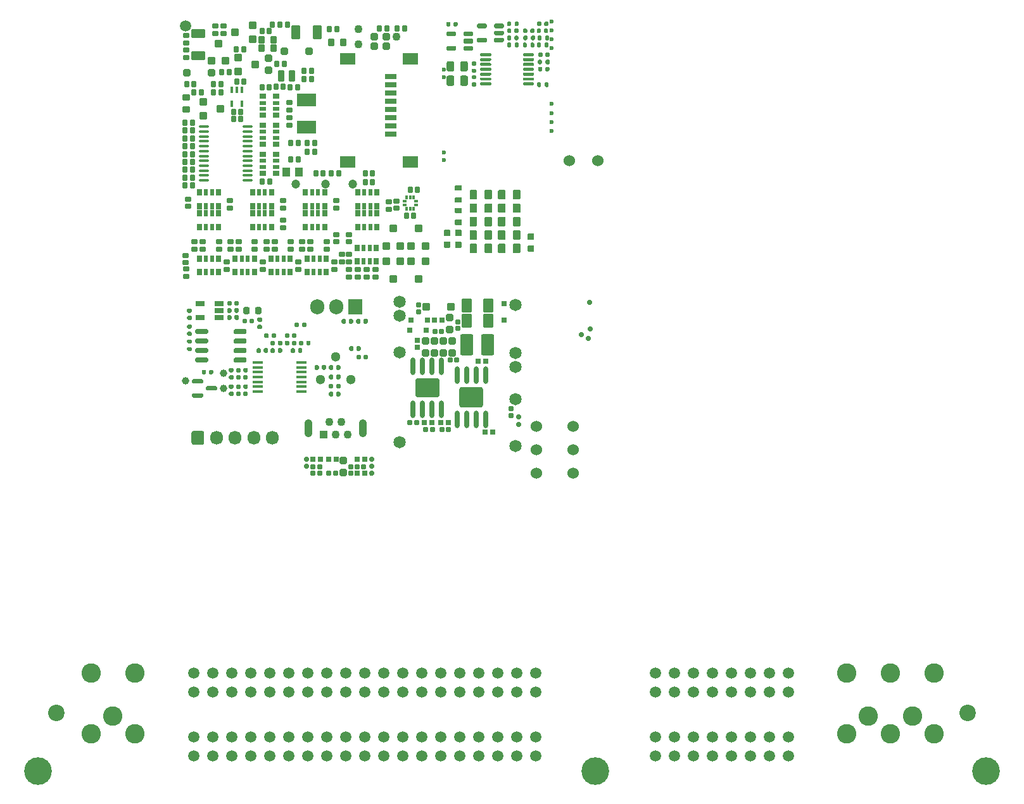
<source format=gbs>
G75*
G70*
%OFA0B0*%
%FSLAX25Y25*%
%IPPOS*%
%LPD*%
%AMOC8*
5,1,8,0,0,1.08239X$1,22.5*
%
%AMM20*
21,1,0.041340,0.026770,0.000000,0.000000,0.000000*
21,1,0.029130,0.038980,0.000000,0.000000,0.000000*
1,1,0.012210,0.014570,-0.013390*
1,1,0.012210,-0.014570,-0.013390*
1,1,0.012210,-0.014570,0.013390*
1,1,0.012210,0.014570,0.013390*
%
%AMM21*
21,1,0.076380,0.036220,0.000000,0.000000,90.000000*
21,1,0.061810,0.050790,0.000000,0.000000,90.000000*
1,1,0.014570,0.018110,0.030910*
1,1,0.014570,0.018110,-0.030910*
1,1,0.014570,-0.018110,-0.030910*
1,1,0.014570,-0.018110,0.030910*
%
%AMM24*
21,1,0.029130,0.018900,0.000000,0.000000,90.000000*
21,1,0.018900,0.029130,0.000000,0.000000,90.000000*
1,1,0.010240,0.009450,0.009450*
1,1,0.010240,0.009450,-0.009450*
1,1,0.010240,-0.009450,-0.009450*
1,1,0.010240,-0.009450,0.009450*
%
%AMM25*
21,1,0.025200,0.019680,0.000000,0.000000,0.000000*
21,1,0.015750,0.029130,0.000000,0.000000,0.000000*
1,1,0.009450,0.007870,-0.009840*
1,1,0.009450,-0.007870,-0.009840*
1,1,0.009450,-0.007870,0.009840*
1,1,0.009450,0.007870,0.009840*
%
%AMM26*
21,1,0.025200,0.019680,0.000000,0.000000,270.000000*
21,1,0.015750,0.029130,0.000000,0.000000,270.000000*
1,1,0.009450,-0.009840,-0.007870*
1,1,0.009450,-0.009840,0.007870*
1,1,0.009450,0.009840,0.007870*
1,1,0.009450,0.009840,-0.007870*
%
%AMM32*
21,1,0.029130,0.018900,0.000000,0.000000,0.000000*
21,1,0.018900,0.029130,0.000000,0.000000,0.000000*
1,1,0.010240,0.009450,-0.009450*
1,1,0.010240,-0.009450,-0.009450*
1,1,0.010240,-0.009450,0.009450*
1,1,0.010240,0.009450,0.009450*
%
%AMM33*
21,1,0.111810,0.050390,0.000000,0.000000,90.000000*
21,1,0.093700,0.068500,0.000000,0.000000,90.000000*
1,1,0.018110,0.025200,0.046850*
1,1,0.018110,0.025200,-0.046850*
1,1,0.018110,-0.025200,-0.046850*
1,1,0.018110,-0.025200,0.046850*
%
%AMM34*
21,1,0.038980,0.026770,0.000000,0.000000,270.000000*
21,1,0.026770,0.038980,0.000000,0.000000,270.000000*
1,1,0.012210,-0.013390,-0.013390*
1,1,0.012210,-0.013390,0.013390*
1,1,0.012210,0.013390,0.013390*
1,1,0.012210,0.013390,-0.013390*
%
%AMM35*
21,1,0.127560,0.075590,0.000000,0.000000,180.000000*
21,1,0.103150,0.100000,0.000000,0.000000,180.000000*
1,1,0.024410,-0.051580,0.037800*
1,1,0.024410,0.051580,0.037800*
1,1,0.024410,0.051580,-0.037800*
1,1,0.024410,-0.051580,-0.037800*
%
%AMM36*
21,1,0.123620,0.083460,0.000000,0.000000,0.000000*
21,1,0.097240,0.109840,0.000000,0.000000,0.000000*
1,1,0.026380,0.048620,-0.041730*
1,1,0.026380,-0.048620,-0.041730*
1,1,0.026380,-0.048620,0.041730*
1,1,0.026380,0.048620,0.041730*
%
%AMM38*
21,1,0.029130,0.018900,0.000000,0.000000,180.000000*
21,1,0.018900,0.029130,0.000000,0.000000,180.000000*
1,1,0.010240,-0.009450,0.009450*
1,1,0.010240,0.009450,0.009450*
1,1,0.010240,0.009450,-0.009450*
1,1,0.010240,-0.009450,-0.009450*
%
%AMM55*
21,1,0.029530,0.026380,0.000000,0.000000,270.000000*
21,1,0.020470,0.035430,0.000000,0.000000,270.000000*
1,1,0.009060,-0.013190,-0.010240*
1,1,0.009060,-0.013190,0.010240*
1,1,0.009060,0.013190,0.010240*
1,1,0.009060,0.013190,-0.010240*
%
%AMM56*
21,1,0.021650,0.027950,0.000000,0.000000,270.000000*
21,1,0.014170,0.035430,0.000000,0.000000,270.000000*
1,1,0.007480,-0.013980,-0.007090*
1,1,0.007480,-0.013980,0.007090*
1,1,0.007480,0.013980,0.007090*
1,1,0.007480,0.013980,-0.007090*
%
%AMM59*
21,1,0.031500,0.018900,0.000000,0.000000,90.000000*
21,1,0.022840,0.027560,0.000000,0.000000,90.000000*
1,1,0.008660,0.009450,0.011420*
1,1,0.008660,0.009450,-0.011420*
1,1,0.008660,-0.009450,-0.011420*
1,1,0.008660,-0.009450,0.011420*
%
%AMM61*
21,1,0.031500,0.018900,0.000000,0.000000,180.000000*
21,1,0.022840,0.027560,0.000000,0.000000,180.000000*
1,1,0.008660,-0.011420,0.009450*
1,1,0.008660,0.011420,0.009450*
1,1,0.008660,0.011420,-0.009450*
1,1,0.008660,-0.011420,-0.009450*
%
%AMM63*
21,1,0.039370,0.030320,0.000000,0.000000,270.000000*
21,1,0.028350,0.041340,0.000000,0.000000,270.000000*
1,1,0.011020,-0.015160,-0.014170*
1,1,0.011020,-0.015160,0.014170*
1,1,0.011020,0.015160,0.014170*
1,1,0.011020,0.015160,-0.014170*
%
%AMM66*
21,1,0.031500,0.030710,0.000000,0.000000,0.000000*
21,1,0.022050,0.040160,0.000000,0.000000,0.000000*
1,1,0.009450,0.011020,-0.015350*
1,1,0.009450,-0.011020,-0.015350*
1,1,0.009450,-0.011020,0.015350*
1,1,0.009450,0.011020,0.015350*
%
%AMM81*
21,1,0.037400,0.026770,0.000000,0.000000,90.000000*
21,1,0.026770,0.037400,0.000000,0.000000,90.000000*
1,1,0.010630,0.013390,0.013390*
1,1,0.010630,0.013390,-0.013390*
1,1,0.010630,-0.013390,-0.013390*
1,1,0.010630,-0.013390,0.013390*
%
%AMM82*
21,1,0.029530,0.026380,0.000000,0.000000,0.000000*
21,1,0.020470,0.035430,0.000000,0.000000,0.000000*
1,1,0.009060,0.010240,-0.013190*
1,1,0.009060,-0.010240,-0.013190*
1,1,0.009060,-0.010240,0.013190*
1,1,0.009060,0.010240,0.013190*
%
%AMM83*
21,1,0.021650,0.027950,0.000000,0.000000,0.000000*
21,1,0.014170,0.035430,0.000000,0.000000,0.000000*
1,1,0.007480,0.007090,-0.013980*
1,1,0.007480,-0.007090,-0.013980*
1,1,0.007480,-0.007090,0.013980*
1,1,0.007480,0.007090,0.013980*
%
%AMM84*
21,1,0.037400,0.026770,0.000000,0.000000,0.000000*
21,1,0.026770,0.037400,0.000000,0.000000,0.000000*
1,1,0.010630,0.013390,-0.013390*
1,1,0.010630,-0.013390,-0.013390*
1,1,0.010630,-0.013390,0.013390*
1,1,0.010630,0.013390,0.013390*
%
%AMM85*
21,1,0.082680,0.045670,0.000000,0.000000,180.000000*
21,1,0.067320,0.061020,0.000000,0.000000,180.000000*
1,1,0.015350,-0.033660,0.022840*
1,1,0.015350,0.033660,0.022840*
1,1,0.015350,0.033660,-0.022840*
1,1,0.015350,-0.033660,-0.022840*
%
%AMM86*
21,1,0.062990,0.020470,0.000000,0.000000,180.000000*
21,1,0.053940,0.029530,0.000000,0.000000,180.000000*
1,1,0.009060,-0.026970,0.010240*
1,1,0.009060,0.026970,0.010240*
1,1,0.009060,0.026970,-0.010240*
1,1,0.009060,-0.026970,-0.010240*
%
%AMM87*
21,1,0.039370,0.030320,0.000000,0.000000,180.000000*
21,1,0.028350,0.041340,0.000000,0.000000,180.000000*
1,1,0.011020,-0.014170,0.015160*
1,1,0.011020,0.014170,0.015160*
1,1,0.011020,0.014170,-0.015160*
1,1,0.011020,-0.014170,-0.015160*
%
%AMM88*
21,1,0.016540,0.028980,0.000000,0.000000,180.000000*
21,1,0.010080,0.035430,0.000000,0.000000,180.000000*
1,1,0.006460,-0.005040,0.014490*
1,1,0.006460,0.005040,0.014490*
1,1,0.006460,0.005040,-0.014490*
1,1,0.006460,-0.005040,-0.014490*
%
%AMM89*
21,1,0.074800,0.036220,0.000000,0.000000,0.000000*
21,1,0.061810,0.049210,0.000000,0.000000,0.000000*
1,1,0.012990,0.030910,-0.018110*
1,1,0.012990,-0.030910,-0.018110*
1,1,0.012990,-0.030910,0.018110*
1,1,0.012990,0.030910,0.018110*
%
%AMM90*
21,1,0.039760,0.026770,0.000000,0.000000,0.000000*
21,1,0.029130,0.037400,0.000000,0.000000,0.000000*
1,1,0.010630,0.014570,-0.013390*
1,1,0.010630,-0.014570,-0.013390*
1,1,0.010630,-0.014570,0.013390*
1,1,0.010630,0.014570,0.013390*
%
%AMM91*
21,1,0.031500,0.049610,0.000000,0.000000,0.000000*
21,1,0.022050,0.059060,0.000000,0.000000,0.000000*
1,1,0.009450,0.011020,-0.024800*
1,1,0.009450,-0.011020,-0.024800*
1,1,0.009450,-0.011020,0.024800*
1,1,0.009450,0.011020,0.024800*
%
%AMM92*
21,1,0.074800,0.036220,0.000000,0.000000,90.000000*
21,1,0.061810,0.049210,0.000000,0.000000,90.000000*
1,1,0.012990,0.018110,0.030910*
1,1,0.012990,0.018110,-0.030910*
1,1,0.012990,-0.018110,-0.030910*
1,1,0.012990,-0.018110,0.030910*
%
%AMM93*
21,1,0.031500,0.030710,0.000000,0.000000,90.000000*
21,1,0.022050,0.040160,0.000000,0.000000,90.000000*
1,1,0.009450,0.015350,0.011020*
1,1,0.009450,0.015350,-0.011020*
1,1,0.009450,-0.015350,-0.011020*
1,1,0.009450,-0.015350,0.011020*
%
%ADD10C,0.14567*%
%ADD107M20*%
%ADD108M21*%
%ADD11C,0.08661*%
%ADD111M24*%
%ADD112M25*%
%ADD113M26*%
%ADD114C,0.02913*%
%ADD115C,0.06457*%
%ADD12C,0.10236*%
%ADD124M32*%
%ADD125M33*%
%ADD126M34*%
%ADD127O,0.02520X0.09213*%
%ADD128M35*%
%ADD129M36*%
%ADD13C,0.05906*%
%ADD132M38*%
%ADD139C,0.05118*%
%ADD14C,0.02362*%
%ADD143R,0.07500X0.07874*%
%ADD144O,0.07500X0.07874*%
%ADD146C,0.03900*%
%ADD148R,0.05709X0.01772*%
%ADD149R,0.04803X0.02559*%
%ADD175M55*%
%ADD176M56*%
%ADD183M59*%
%ADD187M61*%
%ADD189M63*%
%ADD193M66*%
%ADD199C,0.04724*%
%ADD200C,0.04294*%
%ADD218M81*%
%ADD219M82*%
%ADD220M83*%
%ADD221M84*%
%ADD222M85*%
%ADD223M86*%
%ADD224M87*%
%ADD225R,0.01772X0.01870*%
%ADD226M88*%
%ADD227O,0.05354X0.01378*%
%ADD228M89*%
%ADD229M90*%
%ADD230R,0.09843X0.07087*%
%ADD231R,0.01870X0.01772*%
%ADD232M91*%
%ADD233R,0.04331X0.04724*%
%ADD234M92*%
%ADD235M93*%
%ADD26R,0.04331X0.04331*%
%ADD27C,0.04331*%
%ADD28O,0.04331X0.09449*%
%ADD35C,0.06000*%
%ADD62O,0.06693X0.07283*%
X0000000Y0000000D02*
%LPD*%
G01*
D10*
X0073417Y0021622D03*
D11*
X0083063Y0052331D03*
D10*
X0366724Y0021622D03*
D11*
X0562591Y0052331D03*
D10*
X0572236Y0021622D03*
D12*
X0101370Y0041307D03*
X0124205Y0041307D03*
X0112787Y0050480D03*
X0101370Y0073315D03*
X0124205Y0073315D03*
D13*
X0335307Y0073315D03*
X0325307Y0073315D03*
X0315307Y0073315D03*
X0305307Y0073315D03*
X0295307Y0073315D03*
X0285307Y0073315D03*
X0275307Y0073315D03*
X0265307Y0073315D03*
X0255307Y0073315D03*
X0245307Y0073315D03*
X0235307Y0073315D03*
X0225307Y0073315D03*
X0215307Y0073315D03*
X0205307Y0073315D03*
X0195307Y0073315D03*
X0185307Y0073315D03*
X0175307Y0073315D03*
X0165307Y0073315D03*
X0155307Y0073315D03*
X0335307Y0063315D03*
X0325307Y0063315D03*
X0315307Y0063315D03*
X0305307Y0063315D03*
X0295307Y0063315D03*
X0285307Y0063315D03*
X0275307Y0063315D03*
X0265307Y0063315D03*
X0255307Y0063315D03*
X0245307Y0063315D03*
X0235307Y0063315D03*
X0225307Y0063315D03*
X0215307Y0063315D03*
X0205307Y0063315D03*
X0195307Y0063315D03*
X0185307Y0063315D03*
X0175307Y0063315D03*
X0165307Y0063315D03*
X0155307Y0063315D03*
X0335307Y0039496D03*
X0325307Y0039496D03*
X0315307Y0039496D03*
X0305307Y0039496D03*
X0295307Y0039496D03*
X0285307Y0039496D03*
X0275307Y0039496D03*
X0265307Y0039496D03*
X0255307Y0039496D03*
X0245307Y0039496D03*
X0235307Y0039496D03*
X0225307Y0039496D03*
X0215307Y0039496D03*
X0205307Y0039496D03*
X0195307Y0039496D03*
X0185307Y0039496D03*
X0175307Y0039496D03*
X0165307Y0039496D03*
X0155307Y0039496D03*
X0335307Y0029496D03*
X0325307Y0029496D03*
X0315307Y0029496D03*
X0305307Y0029496D03*
X0295307Y0029496D03*
X0285307Y0029496D03*
X0275307Y0029496D03*
X0265307Y0029496D03*
X0255307Y0029496D03*
X0245307Y0029496D03*
X0235307Y0029496D03*
X0225307Y0029496D03*
X0215307Y0029496D03*
X0205307Y0029496D03*
X0195307Y0029496D03*
X0185307Y0029496D03*
X0175307Y0029496D03*
X0165307Y0029496D03*
X0155307Y0029496D03*
X0398181Y0029496D03*
X0408181Y0029496D03*
X0418181Y0029496D03*
X0428181Y0029496D03*
X0438181Y0029496D03*
X0448181Y0029496D03*
X0458181Y0029496D03*
X0468181Y0029496D03*
X0398181Y0039496D03*
X0408181Y0039496D03*
X0418181Y0039496D03*
X0428181Y0039496D03*
X0438181Y0039496D03*
X0448181Y0039496D03*
X0458181Y0039496D03*
X0468181Y0039496D03*
X0398181Y0063315D03*
X0408181Y0063315D03*
X0418181Y0063315D03*
X0428181Y0063315D03*
X0438181Y0063315D03*
X0448181Y0063315D03*
X0458181Y0063315D03*
X0468181Y0063315D03*
X0398181Y0073315D03*
X0408181Y0073315D03*
X0418181Y0073315D03*
X0428181Y0073315D03*
X0438181Y0073315D03*
X0448181Y0073315D03*
X0458181Y0073315D03*
X0468181Y0073315D03*
D12*
X0499008Y0041307D03*
X0521843Y0041307D03*
X0545071Y0041307D03*
X0510425Y0050480D03*
X0533654Y0050480D03*
X0499008Y0073315D03*
X0521843Y0073315D03*
X0545071Y0073315D03*
D14*
X0248858Y0185897D03*
X0248858Y0182157D03*
X0248858Y0178416D03*
X0214606Y0182353D03*
X0214606Y0185897D03*
D13*
X0324646Y0267196D03*
X0324646Y0241999D03*
X0324646Y0234519D03*
X0324646Y0217590D03*
D14*
X0326417Y0208141D03*
X0326417Y0204204D03*
D13*
X0324646Y0192983D03*
X0263622Y0268968D03*
X0263622Y0261684D03*
X0263622Y0242196D03*
X0263622Y0194755D03*
D26*
X0223563Y0198790D03*
D27*
X0226713Y0205680D03*
X0229862Y0198790D03*
X0233012Y0205680D03*
X0236161Y0198790D03*
D28*
X0215492Y0202235D03*
X0244232Y0202235D03*
D14*
X0362835Y0249433D03*
X0359390Y0251500D03*
X0364016Y0254453D03*
X0363720Y0268430D03*
D35*
X0335709Y0178692D03*
X0355000Y0178692D03*
X0335709Y0190976D03*
X0355000Y0190976D03*
D14*
X0343740Y0407157D03*
X0343740Y0402432D03*
X0343740Y0411881D03*
X0343740Y0416605D03*
X0286949Y0391172D03*
X0286949Y0387235D03*
D35*
X0352895Y0343316D03*
X0367895Y0343316D03*
G36*
G01*
X0154075Y0194558D02*
X0154075Y0199873D01*
G75*
G02*
X0155059Y0200857I0000984J0000000D01*
G01*
X0159783Y0200857D01*
G75*
G02*
X0160768Y0199873I0000000J-000984D01*
G01*
X0160768Y0194558D01*
G75*
G02*
X0159783Y0193574I-000984J0000000D01*
G01*
X0155059Y0193574D01*
G75*
G02*
X0154075Y0194558I0000000J0000984D01*
G01*
G37*
D62*
X0167264Y0197216D03*
X0177106Y0197216D03*
X0186949Y0197216D03*
X0196791Y0197216D03*
D14*
X0343740Y0363653D03*
X0343740Y0358928D03*
X0343740Y0368377D03*
X0343740Y0373101D03*
X0286949Y0347668D03*
X0286949Y0343731D03*
D35*
X0335709Y0203259D03*
X0355000Y0203259D03*
X0260669Y0190031D02*
G01*
G75*
D107*
X0290584Y0266409D02*
D03*
X0277592Y0266409D02*
D03*
D108*
X0310444Y0266803D02*
D03*
X0299027Y0266803D02*
D03*
X0310444Y0258771D02*
D03*
X0299027Y0258771D02*
D03*
D111*
X0273071Y0244755D02*
D03*
X0273071Y0248692D02*
D03*
X0269724Y0259322D02*
D03*
X0278386Y0259322D02*
D03*
X0268937Y0254074D02*
D03*
X0277598Y0254074D02*
D03*
D112*
X0280824Y0201448D02*
D03*
X0277280Y0201448D02*
D03*
X0290215Y0238181D02*
D03*
X0293759Y0238181D02*
D03*
X0282218Y0253286D02*
D03*
X0285761Y0253286D02*
D03*
X0289442Y0201448D02*
D03*
X0285899Y0201448D02*
D03*
X0268937Y0205385D02*
D03*
X0272480Y0205385D02*
D03*
D113*
X0294422Y0254861D02*
D03*
X0294422Y0258405D02*
D03*
X0273655Y0267263D02*
D03*
X0273655Y0263719D02*
D03*
X0322419Y0208946D02*
D03*
X0322419Y0212490D02*
D03*
D114*
X0326417Y0208141D02*
D03*
X0326417Y0204204D02*
D03*
D115*
X0263622Y0261684D02*
D03*
X0263622Y0194755D02*
D03*
X0263622Y0242196D02*
D03*
X0324645Y0241999D02*
D03*
X0324645Y0267196D02*
D03*
X0324645Y0217590D02*
D03*
X0324645Y0234519D02*
D03*
X0324645Y0192984D02*
D03*
X0263622Y0268968D02*
D03*
D124*
X0318543Y0267984D02*
D03*
X0318543Y0259322D02*
D03*
X0280627Y0205385D02*
D03*
X0276690Y0205385D02*
D03*
X0285308Y0205385D02*
D03*
X0289245Y0205385D02*
D03*
X0282021Y0259322D02*
D03*
X0285958Y0259322D02*
D03*
X0304954Y0237708D02*
D03*
X0308891Y0237708D02*
D03*
X0312730Y0200267D02*
D03*
X0308792Y0200267D02*
D03*
D125*
X0309882Y0246330D02*
D03*
X0298858Y0246330D02*
D03*
D126*
X0277204Y0242007D02*
D03*
X0277204Y0248227D02*
D03*
X0291298Y0242007D02*
D03*
X0291298Y0248227D02*
D03*
X0286607Y0242007D02*
D03*
X0286607Y0248227D02*
D03*
X0281915Y0242007D02*
D03*
X0281915Y0248227D02*
D03*
X0290117Y0254251D02*
D03*
X0290117Y0260472D02*
D03*
D127*
X0285741Y0212145D02*
D03*
X0280741Y0212145D02*
D03*
X0275741Y0212145D02*
D03*
X0270741Y0212145D02*
D03*
X0285741Y0234782D02*
D03*
X0280741Y0234782D02*
D03*
X0275741Y0234782D02*
D03*
X0270741Y0234782D02*
D03*
X0308808Y0206862D02*
D03*
X0303808Y0206862D02*
D03*
X0298808Y0206862D02*
D03*
X0293808Y0206862D02*
D03*
X0308808Y0230287D02*
D03*
X0303808Y0230287D02*
D03*
X0298808Y0230287D02*
D03*
X0293808Y0230287D02*
D03*
D128*
X0278241Y0223463D02*
D03*
D129*
X0301308Y0218574D02*
D03*
X0213425Y0175661D02*
G01*
G75*
D114*
X0248858Y0185897D02*
D03*
X0248858Y0182157D02*
D03*
X0248858Y0178417D02*
D03*
X0214606Y0182354D02*
D03*
X0214606Y0185897D02*
D03*
D132*
X0241378Y0185897D02*
D03*
X0245315Y0185897D02*
D03*
X0230255Y0185897D02*
D03*
X0226318Y0185897D02*
D03*
X0221889Y0185897D02*
D03*
X0217952Y0185897D02*
D03*
X0241378Y0178614D02*
D03*
X0245315Y0178614D02*
D03*
D113*
X0237993Y0178417D02*
D03*
X0237993Y0181960D02*
D03*
D126*
X0234108Y0185130D02*
D03*
X0234108Y0178909D02*
D03*
D112*
X0221496Y0181960D02*
D03*
X0217953Y0181960D02*
D03*
X0229862Y0178417D02*
D03*
X0226319Y0178417D02*
D03*
X0244724Y0182018D02*
D03*
X0241181Y0182018D02*
D03*
X0217953Y0178417D02*
D03*
X0221496Y0178417D02*
D03*
X0285472Y0379991D02*
%LPD*%
G01*
D14*
X0343740Y0407156D03*
X0343740Y0402432D03*
X0343740Y0411881D03*
X0343740Y0416605D03*
X0286948Y0391172D03*
X0286948Y0387235D03*
G36*
G01*
X0302401Y0410585D02*
X0302401Y0409404D01*
G75*
G02*
X0301811Y0408813I-000591J0000000D01*
G01*
X0297775Y0408813D01*
G75*
G02*
X0297185Y0409404I0000000J0000591D01*
G01*
X0297185Y0410585D01*
G75*
G02*
X0297775Y0411175I0000591J0000000D01*
G01*
X0301811Y0411175D01*
G75*
G02*
X0302401Y0410585I0000000J-000591D01*
G01*
G37*
G36*
G01*
X0302401Y0406844D02*
X0302401Y0405663D01*
G75*
G02*
X0301811Y0405073I-000591J0000000D01*
G01*
X0297775Y0405073D01*
G75*
G02*
X0297185Y0405663I0000000J0000591D01*
G01*
X0297185Y0406844D01*
G75*
G02*
X0297775Y0407435I0000591J0000000D01*
G01*
X0301811Y0407435D01*
G75*
G02*
X0302401Y0406844I0000000J-000591D01*
G01*
G37*
G36*
G01*
X0302401Y0403104D02*
X0302401Y0401923D01*
G75*
G02*
X0301811Y0401333I-000591J0000000D01*
G01*
X0297775Y0401333D01*
G75*
G02*
X0297185Y0401923I0000000J0000591D01*
G01*
X0297185Y0403104D01*
G75*
G02*
X0297775Y0403695I0000591J0000000D01*
G01*
X0301811Y0403695D01*
G75*
G02*
X0302401Y0403104I0000000J-000591D01*
G01*
G37*
G36*
G01*
X0293444Y0403104D02*
X0293444Y0401923D01*
G75*
G02*
X0292854Y0401333I-000591J0000000D01*
G01*
X0288818Y0401333D01*
G75*
G02*
X0288228Y0401923I0000000J0000591D01*
G01*
X0288228Y0403104D01*
G75*
G02*
X0288818Y0403695I0000591J0000000D01*
G01*
X0292854Y0403695D01*
G75*
G02*
X0293444Y0403104I0000000J-000591D01*
G01*
G37*
G36*
G01*
X0293444Y0410585D02*
X0293444Y0409404D01*
G75*
G02*
X0292854Y0408813I-000591J0000000D01*
G01*
X0288818Y0408813D01*
G75*
G02*
X0288228Y0409404I0000000J0000591D01*
G01*
X0288228Y0410585D01*
G75*
G02*
X0288818Y0411175I0000591J0000000D01*
G01*
X0292854Y0411175D01*
G75*
G02*
X0293444Y0410585I0000000J-000591D01*
G01*
G37*
G36*
G01*
X0302126Y0388298D02*
X0303464Y0388298D01*
G75*
G02*
X0304015Y0387747I0000000J-000551D01*
G01*
X0304015Y0386645D01*
G75*
G02*
X0303464Y0386093I-000551J0000000D01*
G01*
X0302126Y0386093D01*
G75*
G02*
X0301574Y0386645I0000000J0000551D01*
G01*
X0301574Y0387747D01*
G75*
G02*
X0302126Y0388298I0000551J0000000D01*
G01*
G37*
G36*
G01*
X0302126Y0384519D02*
X0303464Y0384519D01*
G75*
G02*
X0304015Y0383967I0000000J-000551D01*
G01*
X0304015Y0382865D01*
G75*
G02*
X0303464Y0382314I-000551J0000000D01*
G01*
X0302126Y0382314D01*
G75*
G02*
X0301574Y0382865I0000000J0000551D01*
G01*
X0301574Y0383967D01*
G75*
G02*
X0302126Y0384519I0000551J0000000D01*
G01*
G37*
G36*
G01*
X0328641Y0411015D02*
X0328641Y0412353D01*
G75*
G02*
X0329192Y0412904I0000551J0000000D01*
G01*
X0330295Y0412904D01*
G75*
G02*
X0330846Y0412353I0000000J-000551D01*
G01*
X0330846Y0411015D01*
G75*
G02*
X0330295Y0410463I-000551J0000000D01*
G01*
X0329192Y0410463D01*
G75*
G02*
X0328641Y0411015I0000000J0000551D01*
G01*
G37*
G36*
G01*
X0332421Y0411015D02*
X0332421Y0412353D01*
G75*
G02*
X0332972Y0412904I0000551J0000000D01*
G01*
X0334074Y0412904D01*
G75*
G02*
X0334626Y0412353I0000000J-000551D01*
G01*
X0334626Y0411015D01*
G75*
G02*
X0334074Y0410463I-000551J0000000D01*
G01*
X0332972Y0410463D01*
G75*
G02*
X0332421Y0411015I0000000J0000551D01*
G01*
G37*
G36*
G01*
X0341988Y0416015D02*
X0341988Y0414676D01*
G75*
G02*
X0341437Y0414125I-000551J0000000D01*
G01*
X0340334Y0414125D01*
G75*
G02*
X0339783Y0414676I0000000J0000551D01*
G01*
X0339783Y0416015D01*
G75*
G02*
X0340334Y0416566I0000551J0000000D01*
G01*
X0341437Y0416566D01*
G75*
G02*
X0341988Y0416015I0000000J-000551D01*
G01*
G37*
G36*
G01*
X0338208Y0416015D02*
X0338208Y0414676D01*
G75*
G02*
X0337657Y0414125I-000551J0000000D01*
G01*
X0336555Y0414125D01*
G75*
G02*
X0336003Y0414676I0000000J0000551D01*
G01*
X0336003Y0416015D01*
G75*
G02*
X0336555Y0416566I0000551J0000000D01*
G01*
X0337657Y0416566D01*
G75*
G02*
X0338208Y0416015I0000000J-000551D01*
G01*
G37*
G36*
G01*
X0320236Y0407274D02*
X0320236Y0408613D01*
G75*
G02*
X0320787Y0409164I0000551J0000000D01*
G01*
X0321889Y0409164D01*
G75*
G02*
X0322441Y0408613I0000000J-000551D01*
G01*
X0322441Y0407274D01*
G75*
G02*
X0321889Y0406723I-000551J0000000D01*
G01*
X0320787Y0406723D01*
G75*
G02*
X0320236Y0407274I0000000J0000551D01*
G01*
G37*
G36*
G01*
X0324015Y0407274D02*
X0324015Y0408613D01*
G75*
G02*
X0324566Y0409164I0000551J0000000D01*
G01*
X0325669Y0409164D01*
G75*
G02*
X0326220Y0408613I0000000J-000551D01*
G01*
X0326220Y0407274D01*
G75*
G02*
X0325669Y0406723I-000551J0000000D01*
G01*
X0324566Y0406723D01*
G75*
G02*
X0324015Y0407274I0000000J0000551D01*
G01*
G37*
G36*
G01*
X0341791Y0412353D02*
X0341791Y0411015D01*
G75*
G02*
X0341240Y0410463I-000551J0000000D01*
G01*
X0340137Y0410463D01*
G75*
G02*
X0339586Y0411015I0000000J0000551D01*
G01*
X0339586Y0412353D01*
G75*
G02*
X0340137Y0412904I0000551J0000000D01*
G01*
X0341240Y0412904D01*
G75*
G02*
X0341791Y0412353I0000000J-000551D01*
G01*
G37*
G36*
G01*
X0338011Y0412353D02*
X0338011Y0411015D01*
G75*
G02*
X0337460Y0410463I-000551J0000000D01*
G01*
X0336358Y0410463D01*
G75*
G02*
X0335807Y0411015I0000000J0000551D01*
G01*
X0335807Y0412353D01*
G75*
G02*
X0336358Y0412904I0000551J0000000D01*
G01*
X0337460Y0412904D01*
G75*
G02*
X0338011Y0412353I0000000J-000551D01*
G01*
G37*
G36*
G01*
X0336515Y0390837D02*
X0336515Y0392176D01*
G75*
G02*
X0337066Y0392727I0000551J0000000D01*
G01*
X0338169Y0392727D01*
G75*
G02*
X0338720Y0392176I0000000J-000551D01*
G01*
X0338720Y0390837D01*
G75*
G02*
X0338169Y0390286I-000551J0000000D01*
G01*
X0337066Y0390286D01*
G75*
G02*
X0336515Y0390837I0000000J0000551D01*
G01*
G37*
G36*
G01*
X0340295Y0390837D02*
X0340295Y0392176D01*
G75*
G02*
X0340846Y0392727I0000551J0000000D01*
G01*
X0341948Y0392727D01*
G75*
G02*
X0342500Y0392176I0000000J-000551D01*
G01*
X0342500Y0390837D01*
G75*
G02*
X0341948Y0390286I-000551J0000000D01*
G01*
X0340846Y0390286D01*
G75*
G02*
X0340295Y0390837I0000000J0000551D01*
G01*
G37*
G36*
G01*
X0306006Y0383337D02*
X0306006Y0384125D01*
G75*
G02*
X0306400Y0384519I0000394J0000000D01*
G01*
X0311420Y0384519D01*
G75*
G02*
X0311813Y0384125I0000000J-000394D01*
G01*
X0311813Y0383337D01*
G75*
G02*
X0311420Y0382944I-000394J0000000D01*
G01*
X0306400Y0382944D01*
G75*
G02*
X0306006Y0383337I0000000J0000394D01*
G01*
G37*
G36*
G01*
X0306006Y0385897D02*
X0306006Y0386684D01*
G75*
G02*
X0306400Y0387078I0000394J0000000D01*
G01*
X0311420Y0387078D01*
G75*
G02*
X0311813Y0386684I0000000J-000394D01*
G01*
X0311813Y0385897D01*
G75*
G02*
X0311420Y0385503I-000394J0000000D01*
G01*
X0306400Y0385503D01*
G75*
G02*
X0306006Y0385897I0000000J0000394D01*
G01*
G37*
G36*
G01*
X0306006Y0388456D02*
X0306006Y0389243D01*
G75*
G02*
X0306400Y0389637I0000394J0000000D01*
G01*
X0311420Y0389637D01*
G75*
G02*
X0311813Y0389243I0000000J-000394D01*
G01*
X0311813Y0388456D01*
G75*
G02*
X0311420Y0388062I-000394J0000000D01*
G01*
X0306400Y0388062D01*
G75*
G02*
X0306006Y0388456I0000000J0000394D01*
G01*
G37*
G36*
G01*
X0306006Y0391015D02*
X0306006Y0391802D01*
G75*
G02*
X0306400Y0392196I0000394J0000000D01*
G01*
X0311420Y0392196D01*
G75*
G02*
X0311813Y0391802I0000000J-000394D01*
G01*
X0311813Y0391015D01*
G75*
G02*
X0311420Y0390621I-000394J0000000D01*
G01*
X0306400Y0390621D01*
G75*
G02*
X0306006Y0391015I0000000J0000394D01*
G01*
G37*
G36*
G01*
X0306006Y0393574D02*
X0306006Y0394361D01*
G75*
G02*
X0306400Y0394755I0000394J0000000D01*
G01*
X0311420Y0394755D01*
G75*
G02*
X0311813Y0394361I0000000J-000394D01*
G01*
X0311813Y0393574D01*
G75*
G02*
X0311420Y0393180I-000394J0000000D01*
G01*
X0306400Y0393180D01*
G75*
G02*
X0306006Y0393574I0000000J0000394D01*
G01*
G37*
G36*
G01*
X0306006Y0396133D02*
X0306006Y0396920D01*
G75*
G02*
X0306400Y0397314I0000394J0000000D01*
G01*
X0311420Y0397314D01*
G75*
G02*
X0311813Y0396920I0000000J-000394D01*
G01*
X0311813Y0396133D01*
G75*
G02*
X0311420Y0395739I-000394J0000000D01*
G01*
X0306400Y0395739D01*
G75*
G02*
X0306006Y0396133I0000000J0000394D01*
G01*
G37*
G36*
G01*
X0306006Y0398692D02*
X0306006Y0399479D01*
G75*
G02*
X0306400Y0399873I0000394J0000000D01*
G01*
X0311420Y0399873D01*
G75*
G02*
X0311813Y0399479I0000000J-000394D01*
G01*
X0311813Y0398692D01*
G75*
G02*
X0311420Y0398298I-000394J0000000D01*
G01*
X0306400Y0398298D01*
G75*
G02*
X0306006Y0398692I0000000J0000394D01*
G01*
G37*
G36*
G01*
X0328546Y0398692D02*
X0328546Y0399479D01*
G75*
G02*
X0328939Y0399873I0000394J0000000D01*
G01*
X0333959Y0399873D01*
G75*
G02*
X0334353Y0399479I0000000J-000394D01*
G01*
X0334353Y0398692D01*
G75*
G02*
X0333959Y0398298I-000394J0000000D01*
G01*
X0328939Y0398298D01*
G75*
G02*
X0328546Y0398692I0000000J0000394D01*
G01*
G37*
G36*
G01*
X0328546Y0396133D02*
X0328546Y0396920D01*
G75*
G02*
X0328939Y0397314I0000394J0000000D01*
G01*
X0333959Y0397314D01*
G75*
G02*
X0334353Y0396920I0000000J-000394D01*
G01*
X0334353Y0396133D01*
G75*
G02*
X0333959Y0395739I-000394J0000000D01*
G01*
X0328939Y0395739D01*
G75*
G02*
X0328546Y0396133I0000000J0000394D01*
G01*
G37*
G36*
G01*
X0328546Y0393574D02*
X0328546Y0394361D01*
G75*
G02*
X0328939Y0394755I0000394J0000000D01*
G01*
X0333959Y0394755D01*
G75*
G02*
X0334353Y0394361I0000000J-000394D01*
G01*
X0334353Y0393574D01*
G75*
G02*
X0333959Y0393180I-000394J0000000D01*
G01*
X0328939Y0393180D01*
G75*
G02*
X0328546Y0393574I0000000J0000394D01*
G01*
G37*
G36*
G01*
X0328546Y0391015D02*
X0328546Y0391802D01*
G75*
G02*
X0328939Y0392196I0000394J0000000D01*
G01*
X0333959Y0392196D01*
G75*
G02*
X0334353Y0391802I0000000J-000394D01*
G01*
X0334353Y0391015D01*
G75*
G02*
X0333959Y0390621I-000394J0000000D01*
G01*
X0328939Y0390621D01*
G75*
G02*
X0328546Y0391015I0000000J0000394D01*
G01*
G37*
G36*
G01*
X0328546Y0388456D02*
X0328546Y0389243D01*
G75*
G02*
X0328939Y0389637I0000394J0000000D01*
G01*
X0333959Y0389637D01*
G75*
G02*
X0334353Y0389243I0000000J-000394D01*
G01*
X0334353Y0388456D01*
G75*
G02*
X0333959Y0388062I-000394J0000000D01*
G01*
X0328939Y0388062D01*
G75*
G02*
X0328546Y0388456I0000000J0000394D01*
G01*
G37*
G36*
G01*
X0328546Y0385897D02*
X0328546Y0386684D01*
G75*
G02*
X0328939Y0387078I0000394J0000000D01*
G01*
X0333959Y0387078D01*
G75*
G02*
X0334353Y0386684I0000000J-000394D01*
G01*
X0334353Y0385897D01*
G75*
G02*
X0333959Y0385503I-000394J0000000D01*
G01*
X0328939Y0385503D01*
G75*
G02*
X0328546Y0385897I0000000J0000394D01*
G01*
G37*
G36*
G01*
X0328546Y0383337D02*
X0328546Y0384125D01*
G75*
G02*
X0328939Y0384519I0000394J0000000D01*
G01*
X0333959Y0384519D01*
G75*
G02*
X0334353Y0384125I0000000J-000394D01*
G01*
X0334353Y0383337D01*
G75*
G02*
X0333959Y0382944I-000394J0000000D01*
G01*
X0328939Y0382944D01*
G75*
G02*
X0328546Y0383337I0000000J0000394D01*
G01*
G37*
G36*
G01*
X0288363Y0391208D02*
X0288363Y0394751D01*
G75*
G02*
X0289347Y0395735I0000984J0000000D01*
G01*
X0291414Y0395735D01*
G75*
G02*
X0292398Y0394751I0000000J-000984D01*
G01*
X0292398Y0391208D01*
G75*
G02*
X0291414Y0390223I-000984J0000000D01*
G01*
X0289347Y0390223D01*
G75*
G02*
X0288363Y0391208I0000000J0000984D01*
G01*
G37*
G36*
G01*
X0295548Y0391208D02*
X0295548Y0394751D01*
G75*
G02*
X0296532Y0395735I0000984J0000000D01*
G01*
X0298599Y0395735D01*
G75*
G02*
X0299583Y0394751I0000000J-000984D01*
G01*
X0299583Y0391208D01*
G75*
G02*
X0298599Y0390223I-000984J0000000D01*
G01*
X0296532Y0390223D01*
G75*
G02*
X0295548Y0391208I0000000J0000984D01*
G01*
G37*
G36*
G01*
X0334606Y0404932D02*
X0334606Y0403475D01*
G75*
G02*
X0334074Y0402944I-000531J0000000D01*
G01*
X0333011Y0402944D01*
G75*
G02*
X0332480Y0403475I0000000J0000531D01*
G01*
X0332480Y0404932D01*
G75*
G02*
X0333011Y0405463I0000531J0000000D01*
G01*
X0334074Y0405463D01*
G75*
G02*
X0334606Y0404932I0000000J-000531D01*
G01*
G37*
G36*
G01*
X0330590Y0404932D02*
X0330590Y0403475D01*
G75*
G02*
X0330059Y0402944I-000531J0000000D01*
G01*
X0328996Y0402944D01*
G75*
G02*
X0328464Y0403475I0000000J0000531D01*
G01*
X0328464Y0404932D01*
G75*
G02*
X0328996Y0405463I0000531J0000000D01*
G01*
X0330059Y0405463D01*
G75*
G02*
X0330590Y0404932I0000000J-000531D01*
G01*
G37*
G36*
G01*
X0294173Y0415857D02*
X0294173Y0414519D01*
G75*
G02*
X0293622Y0413967I-000551J0000000D01*
G01*
X0292519Y0413967D01*
G75*
G02*
X0291968Y0414519I0000000J0000551D01*
G01*
X0291968Y0415857D01*
G75*
G02*
X0292519Y0416408I0000551J0000000D01*
G01*
X0293622Y0416408D01*
G75*
G02*
X0294173Y0415857I0000000J-000551D01*
G01*
G37*
G36*
G01*
X0290393Y0415857D02*
X0290393Y0414519D01*
G75*
G02*
X0289842Y0413967I-000551J0000000D01*
G01*
X0288740Y0413967D01*
G75*
G02*
X0288189Y0414519I0000000J0000551D01*
G01*
X0288189Y0415857D01*
G75*
G02*
X0288740Y0416408I0000551J0000000D01*
G01*
X0289842Y0416408D01*
G75*
G02*
X0290393Y0415857I0000000J-000551D01*
G01*
G37*
G36*
G01*
X0342283Y0408672D02*
X0342283Y0407215D01*
G75*
G02*
X0341752Y0406684I-000531J0000000D01*
G01*
X0340689Y0406684D01*
G75*
G02*
X0340157Y0407215I0000000J0000531D01*
G01*
X0340157Y0408672D01*
G75*
G02*
X0340689Y0409204I0000531J0000000D01*
G01*
X0341752Y0409204D01*
G75*
G02*
X0342283Y0408672I0000000J-000531D01*
G01*
G37*
G36*
G01*
X0338267Y0408672D02*
X0338267Y0407215D01*
G75*
G02*
X0337736Y0406684I-000531J0000000D01*
G01*
X0336673Y0406684D01*
G75*
G02*
X0336141Y0407215I0000000J0000531D01*
G01*
X0336141Y0408672D01*
G75*
G02*
X0336673Y0409204I0000531J0000000D01*
G01*
X0337736Y0409204D01*
G75*
G02*
X0338267Y0408672I0000000J-000531D01*
G01*
G37*
G36*
G01*
X0326350Y0404932D02*
X0326350Y0403476D01*
G75*
G02*
X0325818Y0402944I-000531J0000000D01*
G01*
X0324755Y0402944D01*
G75*
G02*
X0324224Y0403476I0000000J0000531D01*
G01*
X0324224Y0404932D01*
G75*
G02*
X0324755Y0405464I0000531J0000000D01*
G01*
X0325818Y0405464D01*
G75*
G02*
X0326350Y0404932I0000000J-000531D01*
G01*
G37*
G36*
G01*
X0322334Y0404932D02*
X0322334Y0403476D01*
G75*
G02*
X0321802Y0402944I-000531J0000000D01*
G01*
X0320739Y0402944D01*
G75*
G02*
X0320208Y0403476I0000000J0000531D01*
G01*
X0320208Y0404932D01*
G75*
G02*
X0320739Y0405464I0000531J0000000D01*
G01*
X0321802Y0405464D01*
G75*
G02*
X0322334Y0404932I0000000J-000531D01*
G01*
G37*
G36*
G01*
X0299583Y0387176D02*
X0299583Y0383633D01*
G75*
G02*
X0298599Y0382648I-000984J0000000D01*
G01*
X0296532Y0382648D01*
G75*
G02*
X0295548Y0383633I0000000J0000984D01*
G01*
X0295548Y0387176D01*
G75*
G02*
X0296532Y0388160I0000984J0000000D01*
G01*
X0298599Y0388160D01*
G75*
G02*
X0299583Y0387176I0000000J-000984D01*
G01*
G37*
G36*
G01*
X0292398Y0387176D02*
X0292398Y0383633D01*
G75*
G02*
X0291414Y0382648I-000984J0000000D01*
G01*
X0289347Y0382648D01*
G75*
G02*
X0288363Y0383633I0000000J0000984D01*
G01*
X0288363Y0387176D01*
G75*
G02*
X0289347Y0388160I0000984J0000000D01*
G01*
X0291414Y0388160D01*
G75*
G02*
X0292398Y0387176I0000000J-000984D01*
G01*
G37*
G36*
G01*
X0326299Y0416074D02*
X0326299Y0414617D01*
G75*
G02*
X0325767Y0414085I-000531J0000000D01*
G01*
X0324704Y0414085D01*
G75*
G02*
X0324173Y0414617I0000000J0000531D01*
G01*
X0324173Y0416074D01*
G75*
G02*
X0324704Y0416605I0000531J0000000D01*
G01*
X0325767Y0416605D01*
G75*
G02*
X0326299Y0416074I0000000J-000531D01*
G01*
G37*
G36*
G01*
X0322283Y0416074D02*
X0322283Y0414617D01*
G75*
G02*
X0321752Y0414085I-000531J0000000D01*
G01*
X0320689Y0414085D01*
G75*
G02*
X0320157Y0414617I0000000J0000531D01*
G01*
X0320157Y0416074D01*
G75*
G02*
X0320689Y0416605I0000531J0000000D01*
G01*
X0321752Y0416605D01*
G75*
G02*
X0322283Y0416074I0000000J-000531D01*
G01*
G37*
G36*
G01*
X0335984Y0382570D02*
X0335984Y0384026D01*
G75*
G02*
X0336515Y0384558I0000531J0000000D01*
G01*
X0337578Y0384558D01*
G75*
G02*
X0338110Y0384026I0000000J-000531D01*
G01*
X0338110Y0382570D01*
G75*
G02*
X0337578Y0382038I-000531J0000000D01*
G01*
X0336515Y0382038D01*
G75*
G02*
X0335984Y0382570I0000000J0000531D01*
G01*
G37*
G36*
G01*
X0340000Y0382570D02*
X0340000Y0384026D01*
G75*
G02*
X0340531Y0384558I0000531J0000000D01*
G01*
X0341594Y0384558D01*
G75*
G02*
X0342126Y0384026I0000000J-000531D01*
G01*
X0342126Y0382570D01*
G75*
G02*
X0341594Y0382038I-000531J0000000D01*
G01*
X0340531Y0382038D01*
G75*
G02*
X0340000Y0382570I0000000J0000531D01*
G01*
G37*
G36*
G01*
X0336437Y0394519D02*
X0336437Y0395975D01*
G75*
G02*
X0336968Y0396507I0000531J0000000D01*
G01*
X0338031Y0396507D01*
G75*
G02*
X0338563Y0395975I0000000J-000531D01*
G01*
X0338563Y0394519D01*
G75*
G02*
X0338031Y0393987I-000531J0000000D01*
G01*
X0336968Y0393987D01*
G75*
G02*
X0336437Y0394519I0000000J0000531D01*
G01*
G37*
G36*
G01*
X0340452Y0394519D02*
X0340452Y0395975D01*
G75*
G02*
X0340984Y0396507I0000531J0000000D01*
G01*
X0342047Y0396507D01*
G75*
G02*
X0342578Y0395975I0000000J-000531D01*
G01*
X0342578Y0394519D01*
G75*
G02*
X0342047Y0393987I-000531J0000000D01*
G01*
X0340984Y0393987D01*
G75*
G02*
X0340452Y0394519I0000000J0000531D01*
G01*
G37*
G36*
G01*
X0334901Y0408672D02*
X0334901Y0407215D01*
G75*
G02*
X0334370Y0406684I-000531J0000000D01*
G01*
X0333307Y0406684D01*
G75*
G02*
X0332775Y0407215I0000000J0000531D01*
G01*
X0332775Y0408672D01*
G75*
G02*
X0333307Y0409204I0000531J0000000D01*
G01*
X0334370Y0409204D01*
G75*
G02*
X0334901Y0408672I0000000J-000531D01*
G01*
G37*
G36*
G01*
X0330885Y0408672D02*
X0330885Y0407215D01*
G75*
G02*
X0330354Y0406684I-000531J0000000D01*
G01*
X0329291Y0406684D01*
G75*
G02*
X0328759Y0407215I0000000J0000531D01*
G01*
X0328759Y0408672D01*
G75*
G02*
X0329291Y0409204I0000531J0000000D01*
G01*
X0330354Y0409204D01*
G75*
G02*
X0330885Y0408672I0000000J-000531D01*
G01*
G37*
G36*
G01*
X0342598Y0399755D02*
X0342598Y0398416D01*
G75*
G02*
X0342047Y0397865I-000551J0000000D01*
G01*
X0340944Y0397865D01*
G75*
G02*
X0340393Y0398416I0000000J0000551D01*
G01*
X0340393Y0399755D01*
G75*
G02*
X0340944Y0400306I0000551J0000000D01*
G01*
X0342047Y0400306D01*
G75*
G02*
X0342598Y0399755I0000000J-000551D01*
G01*
G37*
G36*
G01*
X0338818Y0399755D02*
X0338818Y0398416D01*
G75*
G02*
X0338267Y0397865I-000551J0000000D01*
G01*
X0337165Y0397865D01*
G75*
G02*
X0336614Y0398416I0000000J0000551D01*
G01*
X0336614Y0399755D01*
G75*
G02*
X0337165Y0400306I0000551J0000000D01*
G01*
X0338267Y0400306D01*
G75*
G02*
X0338818Y0399755I0000000J-000551D01*
G01*
G37*
G36*
G01*
X0303450Y0389540D02*
X0302112Y0389540D01*
G75*
G02*
X0301560Y0390091I0000000J0000551D01*
G01*
X0301560Y0391193D01*
G75*
G02*
X0302112Y0391745I0000551J0000000D01*
G01*
X0303450Y0391745D01*
G75*
G02*
X0304001Y0391193I0000000J-000551D01*
G01*
X0304001Y0390091D01*
G75*
G02*
X0303450Y0389540I-000551J0000000D01*
G01*
G37*
G36*
G01*
X0303450Y0393319D02*
X0302112Y0393319D01*
G75*
G02*
X0301560Y0393870I0000000J0000551D01*
G01*
X0301560Y0394973D01*
G75*
G02*
X0302112Y0395524I0000551J0000000D01*
G01*
X0303450Y0395524D01*
G75*
G02*
X0304001Y0394973I0000000J-000551D01*
G01*
X0304001Y0393870D01*
G75*
G02*
X0303450Y0393319I-000551J0000000D01*
G01*
G37*
G36*
G01*
X0335944Y0403475D02*
X0335944Y0404932D01*
G75*
G02*
X0336476Y0405463I0000531J0000000D01*
G01*
X0337539Y0405463D01*
G75*
G02*
X0338070Y0404932I0000000J-000531D01*
G01*
X0338070Y0403475D01*
G75*
G02*
X0337539Y0402944I-000531J0000000D01*
G01*
X0336476Y0402944D01*
G75*
G02*
X0335944Y0403475I0000000J0000531D01*
G01*
G37*
G36*
G01*
X0339960Y0403475D02*
X0339960Y0404932D01*
G75*
G02*
X0340492Y0405463I0000531J0000000D01*
G01*
X0341555Y0405463D01*
G75*
G02*
X0342086Y0404932I0000000J-000531D01*
G01*
X0342086Y0403475D01*
G75*
G02*
X0341555Y0402944I-000531J0000000D01*
G01*
X0340492Y0402944D01*
G75*
G02*
X0339960Y0403475I0000000J0000531D01*
G01*
G37*
G36*
G01*
X0318543Y0414834D02*
X0318543Y0413652D01*
G75*
G02*
X0317952Y0413062I-000591J0000000D01*
G01*
X0313917Y0413062D01*
G75*
G02*
X0313326Y0413652I0000000J0000591D01*
G01*
X0313326Y0414834D01*
G75*
G02*
X0313917Y0415424I0000591J0000000D01*
G01*
X0317952Y0415424D01*
G75*
G02*
X0318543Y0414834I0000000J-000591D01*
G01*
G37*
G36*
G01*
X0318543Y0411093D02*
X0318543Y0409912D01*
G75*
G02*
X0317952Y0409322I-000591J0000000D01*
G01*
X0313917Y0409322D01*
G75*
G02*
X0313326Y0409912I0000000J0000591D01*
G01*
X0313326Y0411093D01*
G75*
G02*
X0313917Y0411684I0000591J0000000D01*
G01*
X0317952Y0411684D01*
G75*
G02*
X0318543Y0411093I0000000J-000591D01*
G01*
G37*
G36*
G01*
X0318543Y0407353D02*
X0318543Y0406172D01*
G75*
G02*
X0317952Y0405582I-000591J0000000D01*
G01*
X0313917Y0405582D01*
G75*
G02*
X0313326Y0406172I0000000J0000591D01*
G01*
X0313326Y0407353D01*
G75*
G02*
X0313917Y0407944I0000591J0000000D01*
G01*
X0317952Y0407944D01*
G75*
G02*
X0318543Y0407353I0000000J-000591D01*
G01*
G37*
G36*
G01*
X0309586Y0407353D02*
X0309586Y0406172D01*
G75*
G02*
X0308996Y0405582I-000591J0000000D01*
G01*
X0304960Y0405582D01*
G75*
G02*
X0304370Y0406172I0000000J0000591D01*
G01*
X0304370Y0407353D01*
G75*
G02*
X0304960Y0407944I0000591J0000000D01*
G01*
X0308996Y0407944D01*
G75*
G02*
X0309586Y0407353I0000000J-000591D01*
G01*
G37*
G36*
G01*
X0309586Y0414834D02*
X0309586Y0413652D01*
G75*
G02*
X0308996Y0413062I-000591J0000000D01*
G01*
X0304960Y0413062D01*
G75*
G02*
X0304370Y0413652I0000000J0000591D01*
G01*
X0304370Y0414834D01*
G75*
G02*
X0304960Y0415424I0000591J0000000D01*
G01*
X0308996Y0415424D01*
G75*
G02*
X0309586Y0414834I0000000J-000591D01*
G01*
G37*
G36*
G01*
X0320236Y0411015D02*
X0320236Y0412353D01*
G75*
G02*
X0320787Y0412904I0000551J0000000D01*
G01*
X0321889Y0412904D01*
G75*
G02*
X0322441Y0412353I0000000J-000551D01*
G01*
X0322441Y0411015D01*
G75*
G02*
X0321889Y0410463I-000551J0000000D01*
G01*
X0320787Y0410463D01*
G75*
G02*
X0320236Y0411015I0000000J0000551D01*
G01*
G37*
G36*
G01*
X0324015Y0411015D02*
X0324015Y0412353D01*
G75*
G02*
X0324566Y0412904I0000551J0000000D01*
G01*
X0325669Y0412904D01*
G75*
G02*
X0326220Y0412353I0000000J-000551D01*
G01*
X0326220Y0411015D01*
G75*
G02*
X0325669Y0410463I-000551J0000000D01*
G01*
X0324566Y0410463D01*
G75*
G02*
X0324015Y0411015I0000000J0000551D01*
G01*
G37*
X0285472Y0336487D02*
%LPD*%
G01*
D14*
X0343740Y0363652D03*
X0343740Y0358928D03*
X0343740Y0368377D03*
X0343740Y0373101D03*
X0286948Y0347668D03*
X0286948Y0343731D03*
X0146693Y0216409D02*
%LPD*%
G01*
D139*
X0237874Y0228023D03*
X0230000Y0239834D03*
X0222126Y0228023D03*
D146*
X0150866Y0227236D03*
X0170866Y0223236D03*
X0170866Y0231236D03*
D143*
X0240354Y0266114D03*
D144*
X0230354Y0266114D03*
X0220354Y0266114D03*
G36*
G01*
X0226398Y0223768D02*
X0226398Y0225126D01*
G75*
G02*
X0226978Y0225707I0000581J0000000D01*
G01*
X0228140Y0225707D01*
G75*
G02*
X0228721Y0225126I0000000J-000581D01*
G01*
X0228721Y0223768D01*
G75*
G02*
X0228140Y0223187I-000581J0000000D01*
G01*
X0226978Y0223187D01*
G75*
G02*
X0226398Y0223768I0000000J0000581D01*
G01*
G37*
G36*
G01*
X0230217Y0223768D02*
X0230217Y0225126D01*
G75*
G02*
X0230797Y0225707I0000581J0000000D01*
G01*
X0231959Y0225707D01*
G75*
G02*
X0232539Y0225126I0000000J-000581D01*
G01*
X0232539Y0223768D01*
G75*
G02*
X0231959Y0223187I-000581J0000000D01*
G01*
X0230797Y0223187D01*
G75*
G02*
X0230217Y0223768I0000000J0000581D01*
G01*
G37*
G36*
G01*
X0240866Y0239057D02*
X0240866Y0240415D01*
G75*
G02*
X0241447Y0240996I0000581J0000000D01*
G01*
X0242608Y0240996D01*
G75*
G02*
X0243189Y0240415I0000000J-000581D01*
G01*
X0243189Y0239057D01*
G75*
G02*
X0242608Y0238476I-000581J0000000D01*
G01*
X0241447Y0238476D01*
G75*
G02*
X0240866Y0239057I0000000J0000581D01*
G01*
G37*
G36*
G01*
X0244685Y0239057D02*
X0244685Y0240415D01*
G75*
G02*
X0245266Y0240996I0000581J0000000D01*
G01*
X0246427Y0240996D01*
G75*
G02*
X0247008Y0240415I0000000J-000581D01*
G01*
X0247008Y0239057D01*
G75*
G02*
X0246427Y0238476I-000581J0000000D01*
G01*
X0245266Y0238476D01*
G75*
G02*
X0244685Y0239057I0000000J0000581D01*
G01*
G37*
G36*
G01*
X0190984Y0265253D02*
X0190984Y0263235D01*
G75*
G02*
X0190123Y0262374I-000861J0000000D01*
G01*
X0188401Y0262374D01*
G75*
G02*
X0187539Y0263235I0000000J0000861D01*
G01*
X0187539Y0265253D01*
G75*
G02*
X0188401Y0266114I0000861J0000000D01*
G01*
X0190123Y0266114D01*
G75*
G02*
X0190984Y0265253I0000000J-000861D01*
G01*
G37*
G36*
G01*
X0184784Y0265253D02*
X0184784Y0263235D01*
G75*
G02*
X0183922Y0262374I-000861J0000000D01*
G01*
X0182200Y0262374D01*
G75*
G02*
X0181339Y0263235I0000000J0000861D01*
G01*
X0181339Y0265253D01*
G75*
G02*
X0182200Y0266114I0000861J0000000D01*
G01*
X0183922Y0266114D01*
G75*
G02*
X0184784Y0265253I0000000J-000861D01*
G01*
G37*
G36*
G01*
X0232539Y0220927D02*
X0232539Y0219568D01*
G75*
G02*
X0231959Y0218988I-000581J0000000D01*
G01*
X0230797Y0218988D01*
G75*
G02*
X0230217Y0219568I0000000J0000581D01*
G01*
X0230217Y0220927D01*
G75*
G02*
X0230797Y0221507I0000581J0000000D01*
G01*
X0231959Y0221507D01*
G75*
G02*
X0232539Y0220927I0000000J-000581D01*
G01*
G37*
G36*
G01*
X0228721Y0220927D02*
X0228721Y0219568D01*
G75*
G02*
X0228140Y0218988I-000581J0000000D01*
G01*
X0226978Y0218988D01*
G75*
G02*
X0226398Y0219568I0000000J0000581D01*
G01*
X0226398Y0220927D01*
G75*
G02*
X0226978Y0221507I0000581J0000000D01*
G01*
X0228140Y0221507D01*
G75*
G02*
X0228721Y0220927I0000000J-000581D01*
G01*
G37*
G36*
G01*
X0172838Y0259923D02*
X0172838Y0261281D01*
G75*
G02*
X0173418Y0261862I0000581J0000000D01*
G01*
X0174580Y0261862D01*
G75*
G02*
X0175160Y0261281I0000000J-000581D01*
G01*
X0175160Y0259923D01*
G75*
G02*
X0174580Y0259342I-000581J0000000D01*
G01*
X0173418Y0259342D01*
G75*
G02*
X0172838Y0259923I0000000J0000581D01*
G01*
G37*
G36*
G01*
X0176656Y0259923D02*
X0176656Y0261281D01*
G75*
G02*
X0177237Y0261862I0000581J0000000D01*
G01*
X0178399Y0261862D01*
G75*
G02*
X0178979Y0261281I0000000J-000581D01*
G01*
X0178979Y0259923D01*
G75*
G02*
X0178399Y0259342I-000581J0000000D01*
G01*
X0177237Y0259342D01*
G75*
G02*
X0176656Y0259923I0000000J0000581D01*
G01*
G37*
G36*
G01*
X0180925Y0258053D02*
X0180925Y0259411D01*
G75*
G02*
X0181506Y0259992I0000581J0000000D01*
G01*
X0182667Y0259992D01*
G75*
G02*
X0183248Y0259411I0000000J-000581D01*
G01*
X0183248Y0258053D01*
G75*
G02*
X0182667Y0257472I-000581J0000000D01*
G01*
X0181506Y0257472D01*
G75*
G02*
X0180925Y0258053I0000000J0000581D01*
G01*
G37*
G36*
G01*
X0184744Y0258053D02*
X0184744Y0259411D01*
G75*
G02*
X0185325Y0259992I0000581J0000000D01*
G01*
X0186486Y0259992D01*
G75*
G02*
X0187067Y0259411I0000000J-000581D01*
G01*
X0187067Y0258053D01*
G75*
G02*
X0186486Y0257472I-000581J0000000D01*
G01*
X0185325Y0257472D01*
G75*
G02*
X0184744Y0258053I0000000J0000581D01*
G01*
G37*
G36*
G01*
X0152313Y0265385D02*
X0153671Y0265385D01*
G75*
G02*
X0154252Y0264805I0000000J-000581D01*
G01*
X0154252Y0263643D01*
G75*
G02*
X0153671Y0263063I-000581J0000000D01*
G01*
X0152313Y0263063D01*
G75*
G02*
X0151732Y0263643I0000000J0000581D01*
G01*
X0151732Y0264805D01*
G75*
G02*
X0152313Y0265385I0000581J0000000D01*
G01*
G37*
G36*
G01*
X0152313Y0261566D02*
X0153671Y0261566D01*
G75*
G02*
X0154252Y0260986I0000000J-000581D01*
G01*
X0154252Y0259824D01*
G75*
G02*
X0153671Y0259244I-000581J0000000D01*
G01*
X0152313Y0259244D01*
G75*
G02*
X0151732Y0259824I0000000J0000581D01*
G01*
X0151732Y0260986D01*
G75*
G02*
X0152313Y0261566I0000581J0000000D01*
G01*
G37*
G36*
G01*
X0201831Y0247797D02*
X0201831Y0246439D01*
G75*
G02*
X0201250Y0245858I-000581J0000000D01*
G01*
X0200089Y0245858D01*
G75*
G02*
X0199508Y0246439I0000000J0000581D01*
G01*
X0199508Y0247797D01*
G75*
G02*
X0200089Y0248378I0000581J0000000D01*
G01*
X0201250Y0248378D01*
G75*
G02*
X0201831Y0247797I0000000J-000581D01*
G01*
G37*
G36*
G01*
X0198012Y0247797D02*
X0198012Y0246439D01*
G75*
G02*
X0197431Y0245858I-000581J0000000D01*
G01*
X0196270Y0245858D01*
G75*
G02*
X0195689Y0246439I0000000J0000581D01*
G01*
X0195689Y0247797D01*
G75*
G02*
X0196270Y0248378I0000581J0000000D01*
G01*
X0197431Y0248378D01*
G75*
G02*
X0198012Y0247797I0000000J-000581D01*
G01*
G37*
G36*
G01*
X0195689Y0242502D02*
X0195689Y0243860D01*
G75*
G02*
X0196270Y0244440I0000581J0000000D01*
G01*
X0197431Y0244440D01*
G75*
G02*
X0198012Y0243860I0000000J-000581D01*
G01*
X0198012Y0242502D01*
G75*
G02*
X0197431Y0241921I-000581J0000000D01*
G01*
X0196270Y0241921D01*
G75*
G02*
X0195689Y0242502I0000000J0000581D01*
G01*
G37*
G36*
G01*
X0199508Y0242502D02*
X0199508Y0243860D01*
G75*
G02*
X0200089Y0244440I0000581J0000000D01*
G01*
X0201250Y0244440D01*
G75*
G02*
X0201831Y0243860I0000000J-000581D01*
G01*
X0201831Y0242502D01*
G75*
G02*
X0201250Y0241921I-000581J0000000D01*
G01*
X0200089Y0241921D01*
G75*
G02*
X0199508Y0242502I0000000J0000581D01*
G01*
G37*
G36*
G01*
X0243169Y0244942D02*
X0243169Y0243584D01*
G75*
G02*
X0242589Y0243003I-000581J0000000D01*
G01*
X0241427Y0243003D01*
G75*
G02*
X0240847Y0243584I0000000J0000581D01*
G01*
X0240847Y0244942D01*
G75*
G02*
X0241427Y0245523I0000581J0000000D01*
G01*
X0242589Y0245523D01*
G75*
G02*
X0243169Y0244942I0000000J-000581D01*
G01*
G37*
G36*
G01*
X0239350Y0244942D02*
X0239350Y0243584D01*
G75*
G02*
X0238770Y0243003I-000581J0000000D01*
G01*
X0237608Y0243003D01*
G75*
G02*
X0237028Y0243584I0000000J0000581D01*
G01*
X0237028Y0244942D01*
G75*
G02*
X0237608Y0245523I0000581J0000000D01*
G01*
X0238770Y0245523D01*
G75*
G02*
X0239350Y0244942I0000000J-000581D01*
G01*
G37*
D148*
X0188819Y0221527D03*
X0188819Y0224086D03*
X0188819Y0226645D03*
X0188819Y0229204D03*
X0188819Y0231763D03*
X0188819Y0234322D03*
X0188819Y0236881D03*
X0212047Y0236881D03*
X0212047Y0234322D03*
X0212047Y0231763D03*
X0212047Y0229204D03*
X0212047Y0226645D03*
X0212047Y0224086D03*
X0212047Y0221527D03*
G36*
G01*
X0178996Y0265021D02*
X0178996Y0263663D01*
G75*
G02*
X0178415Y0263082I-000581J0000000D01*
G01*
X0177254Y0263082D01*
G75*
G02*
X0176673Y0263663I0000000J0000581D01*
G01*
X0176673Y0265021D01*
G75*
G02*
X0177254Y0265602I0000581J0000000D01*
G01*
X0178415Y0265602D01*
G75*
G02*
X0178996Y0265021I0000000J-000581D01*
G01*
G37*
G36*
G01*
X0175177Y0265021D02*
X0175177Y0263663D01*
G75*
G02*
X0174597Y0263082I-000581J0000000D01*
G01*
X0173435Y0263082D01*
G75*
G02*
X0172854Y0263663I0000000J0000581D01*
G01*
X0172854Y0265021D01*
G75*
G02*
X0173435Y0265602I0000581J0000000D01*
G01*
X0174597Y0265602D01*
G75*
G02*
X0175177Y0265021I0000000J-000581D01*
G01*
G37*
G36*
G01*
X0172854Y0267403D02*
X0172854Y0268761D01*
G75*
G02*
X0173435Y0269342I0000581J0000000D01*
G01*
X0174597Y0269342D01*
G75*
G02*
X0175177Y0268761I0000000J-000581D01*
G01*
X0175177Y0267403D01*
G75*
G02*
X0174597Y0266822I-000581J0000000D01*
G01*
X0173435Y0266822D01*
G75*
G02*
X0172854Y0267403I0000000J0000581D01*
G01*
G37*
G36*
G01*
X0176673Y0267403D02*
X0176673Y0268761D01*
G75*
G02*
X0177254Y0269342I0000581J0000000D01*
G01*
X0178415Y0269342D01*
G75*
G02*
X0178996Y0268761I0000000J-000581D01*
G01*
X0178996Y0267403D01*
G75*
G02*
X0178415Y0266822I-000581J0000000D01*
G01*
X0177254Y0266822D01*
G75*
G02*
X0176673Y0267403I0000000J0000581D01*
G01*
G37*
G36*
G01*
X0233091Y0257954D02*
X0233091Y0259313D01*
G75*
G02*
X0233671Y0259893I0000581J0000000D01*
G01*
X0234833Y0259893D01*
G75*
G02*
X0235413Y0259313I0000000J-000581D01*
G01*
X0235413Y0257954D01*
G75*
G02*
X0234833Y0257374I-000581J0000000D01*
G01*
X0233671Y0257374D01*
G75*
G02*
X0233091Y0257954I0000000J0000581D01*
G01*
G37*
G36*
G01*
X0236910Y0257954D02*
X0236910Y0259313D01*
G75*
G02*
X0237490Y0259893I0000581J0000000D01*
G01*
X0238652Y0259893D01*
G75*
G02*
X0239232Y0259313I0000000J-000581D01*
G01*
X0239232Y0257954D01*
G75*
G02*
X0238652Y0257374I-000581J0000000D01*
G01*
X0237490Y0257374D01*
G75*
G02*
X0236910Y0257954I0000000J0000581D01*
G01*
G37*
G36*
G01*
X0226398Y0228656D02*
X0226398Y0230015D01*
G75*
G02*
X0226978Y0230595I0000581J0000000D01*
G01*
X0228140Y0230595D01*
G75*
G02*
X0228721Y0230015I0000000J-000581D01*
G01*
X0228721Y0228656D01*
G75*
G02*
X0228140Y0228076I-000581J0000000D01*
G01*
X0226978Y0228076D01*
G75*
G02*
X0226398Y0228656I0000000J0000581D01*
G01*
G37*
G36*
G01*
X0230217Y0228656D02*
X0230217Y0230015D01*
G75*
G02*
X0230797Y0230595I0000581J0000000D01*
G01*
X0231959Y0230595D01*
G75*
G02*
X0232539Y0230015I0000000J-000581D01*
G01*
X0232539Y0228656D01*
G75*
G02*
X0231959Y0228076I-000581J0000000D01*
G01*
X0230797Y0228076D01*
G75*
G02*
X0230217Y0228656I0000000J0000581D01*
G01*
G37*
G36*
G01*
X0198583Y0251734D02*
X0198583Y0250376D01*
G75*
G02*
X0198002Y0249795I-000581J0000000D01*
G01*
X0196841Y0249795D01*
G75*
G02*
X0196260Y0250376I0000000J0000581D01*
G01*
X0196260Y0251734D01*
G75*
G02*
X0196841Y0252315I0000581J0000000D01*
G01*
X0198002Y0252315D01*
G75*
G02*
X0198583Y0251734I0000000J-000581D01*
G01*
G37*
G36*
G01*
X0194764Y0251734D02*
X0194764Y0250376D01*
G75*
G02*
X0194183Y0249795I-000581J0000000D01*
G01*
X0193022Y0249795D01*
G75*
G02*
X0192441Y0250376I0000000J0000581D01*
G01*
X0192441Y0251734D01*
G75*
G02*
X0193022Y0252315I0000581J0000000D01*
G01*
X0194183Y0252315D01*
G75*
G02*
X0194764Y0251734I0000000J-000581D01*
G01*
G37*
G36*
G01*
X0246910Y0259313D02*
X0246910Y0257954D01*
G75*
G02*
X0246329Y0257374I-000581J0000000D01*
G01*
X0245167Y0257374D01*
G75*
G02*
X0244587Y0257954I0000000J0000581D01*
G01*
X0244587Y0259313D01*
G75*
G02*
X0245167Y0259893I0000581J0000000D01*
G01*
X0246329Y0259893D01*
G75*
G02*
X0246910Y0259313I0000000J-000581D01*
G01*
G37*
G36*
G01*
X0243091Y0259313D02*
X0243091Y0257954D01*
G75*
G02*
X0242510Y0257374I-000581J0000000D01*
G01*
X0241349Y0257374D01*
G75*
G02*
X0240768Y0257954I0000000J0000581D01*
G01*
X0240768Y0259313D01*
G75*
G02*
X0241349Y0259893I0000581J0000000D01*
G01*
X0242510Y0259893D01*
G75*
G02*
X0243091Y0259313I0000000J-000581D01*
G01*
G37*
G36*
G01*
X0194449Y0243860D02*
X0194449Y0242502D01*
G75*
G02*
X0193868Y0241921I-000581J0000000D01*
G01*
X0192707Y0241921D01*
G75*
G02*
X0192126Y0242502I0000000J0000581D01*
G01*
X0192126Y0243860D01*
G75*
G02*
X0192707Y0244440I0000581J0000000D01*
G01*
X0193868Y0244440D01*
G75*
G02*
X0194449Y0243860I0000000J-000581D01*
G01*
G37*
G36*
G01*
X0190630Y0243860D02*
X0190630Y0242502D01*
G75*
G02*
X0190049Y0241921I-000581J0000000D01*
G01*
X0188888Y0241921D01*
G75*
G02*
X0188307Y0242502I0000000J0000581D01*
G01*
X0188307Y0243860D01*
G75*
G02*
X0188888Y0244440I0000581J0000000D01*
G01*
X0190049Y0244440D01*
G75*
G02*
X0190630Y0243860I0000000J-000581D01*
G01*
G37*
G36*
G01*
X0183199Y0219244D02*
X0181841Y0219244D01*
G75*
G02*
X0181260Y0219824I0000000J0000581D01*
G01*
X0181260Y0220986D01*
G75*
G02*
X0181841Y0221566I0000581J0000000D01*
G01*
X0183199Y0221566D01*
G75*
G02*
X0183780Y0220986I0000000J-000581D01*
G01*
X0183780Y0219824D01*
G75*
G02*
X0183199Y0219244I-000581J0000000D01*
G01*
G37*
G36*
G01*
X0183199Y0223063D02*
X0181841Y0223063D01*
G75*
G02*
X0181260Y0223643I0000000J0000581D01*
G01*
X0181260Y0224805D01*
G75*
G02*
X0181841Y0225385I0000581J0000000D01*
G01*
X0183199Y0225385D01*
G75*
G02*
X0183780Y0224805I0000000J-000581D01*
G01*
X0183780Y0223643D01*
G75*
G02*
X0183199Y0223063I-000581J0000000D01*
G01*
G37*
G36*
G01*
X0209311Y0247797D02*
X0209311Y0246439D01*
G75*
G02*
X0208730Y0245858I-000581J0000000D01*
G01*
X0207569Y0245858D01*
G75*
G02*
X0206988Y0246439I0000000J0000581D01*
G01*
X0206988Y0247797D01*
G75*
G02*
X0207569Y0248378I0000581J0000000D01*
G01*
X0208730Y0248378D01*
G75*
G02*
X0209311Y0247797I0000000J-000581D01*
G01*
G37*
G36*
G01*
X0205492Y0247797D02*
X0205492Y0246439D01*
G75*
G02*
X0204912Y0245858I-000581J0000000D01*
G01*
X0203750Y0245858D01*
G75*
G02*
X0203169Y0246439I0000000J0000581D01*
G01*
X0203169Y0247797D01*
G75*
G02*
X0203750Y0248378I0000581J0000000D01*
G01*
X0204912Y0248378D01*
G75*
G02*
X0205492Y0247797I0000000J-000581D01*
G01*
G37*
G36*
G01*
X0210650Y0246439D02*
X0210650Y0247797D01*
G75*
G02*
X0211230Y0248378I0000581J0000000D01*
G01*
X0212392Y0248378D01*
G75*
G02*
X0212973Y0247797I0000000J-000581D01*
G01*
X0212973Y0246439D01*
G75*
G02*
X0212392Y0245858I-000581J0000000D01*
G01*
X0211230Y0245858D01*
G75*
G02*
X0210650Y0246439I0000000J0000581D01*
G01*
G37*
G36*
G01*
X0214469Y0246439D02*
X0214469Y0247797D01*
G75*
G02*
X0215049Y0248378I0000581J0000000D01*
G01*
X0216211Y0248378D01*
G75*
G02*
X0216791Y0247797I0000000J-000581D01*
G01*
X0216791Y0246439D01*
G75*
G02*
X0216211Y0245858I-000581J0000000D01*
G01*
X0215049Y0245858D01*
G75*
G02*
X0214469Y0246439I0000000J0000581D01*
G01*
G37*
G36*
G01*
X0179459Y0219244D02*
X0178100Y0219244D01*
G75*
G02*
X0177520Y0219824I0000000J0000581D01*
G01*
X0177520Y0220986D01*
G75*
G02*
X0178100Y0221566I0000581J0000000D01*
G01*
X0179459Y0221566D01*
G75*
G02*
X0180039Y0220986I0000000J-000581D01*
G01*
X0180039Y0219824D01*
G75*
G02*
X0179459Y0219244I-000581J0000000D01*
G01*
G37*
G36*
G01*
X0179459Y0223063D02*
X0178100Y0223063D01*
G75*
G02*
X0177520Y0223643I0000000J0000581D01*
G01*
X0177520Y0224805D01*
G75*
G02*
X0178100Y0225385I0000581J0000000D01*
G01*
X0179459Y0225385D01*
G75*
G02*
X0180039Y0224805I0000000J-000581D01*
G01*
X0180039Y0223643D01*
G75*
G02*
X0179459Y0223063I-000581J0000000D01*
G01*
G37*
D149*
X0168780Y0268082D03*
X0168780Y0264342D03*
X0168780Y0260602D03*
X0158465Y0260602D03*
X0158465Y0268082D03*
G36*
G01*
X0203268Y0250376D02*
X0203268Y0251734D01*
G75*
G02*
X0203849Y0252315I0000581J0000000D01*
G01*
X0205010Y0252315D01*
G75*
G02*
X0205591Y0251734I0000000J-000581D01*
G01*
X0205591Y0250376D01*
G75*
G02*
X0205010Y0249795I-000581J0000000D01*
G01*
X0203849Y0249795D01*
G75*
G02*
X0203268Y0250376I0000000J0000581D01*
G01*
G37*
G36*
G01*
X0207087Y0250376D02*
X0207087Y0251734D01*
G75*
G02*
X0207667Y0252315I0000581J0000000D01*
G01*
X0208829Y0252315D01*
G75*
G02*
X0209410Y0251734I0000000J-000581D01*
G01*
X0209410Y0250376D01*
G75*
G02*
X0208829Y0249795I-000581J0000000D01*
G01*
X0207667Y0249795D01*
G75*
G02*
X0207087Y0250376I0000000J0000581D01*
G01*
G37*
G36*
G01*
X0190679Y0254480D02*
X0189321Y0254480D01*
G75*
G02*
X0188740Y0255061I0000000J0000581D01*
G01*
X0188740Y0256222D01*
G75*
G02*
X0189321Y0256803I0000581J0000000D01*
G01*
X0190679Y0256803D01*
G75*
G02*
X0191260Y0256222I0000000J-000581D01*
G01*
X0191260Y0255061D01*
G75*
G02*
X0190679Y0254480I-000581J0000000D01*
G01*
G37*
G36*
G01*
X0190679Y0258299D02*
X0189321Y0258299D01*
G75*
G02*
X0188740Y0258879I0000000J0000581D01*
G01*
X0188740Y0260041D01*
G75*
G02*
X0189321Y0260622I0000581J0000000D01*
G01*
X0190679Y0260622D01*
G75*
G02*
X0191260Y0260041I0000000J-000581D01*
G01*
X0191260Y0258879D01*
G75*
G02*
X0190679Y0258299I-000581J0000000D01*
G01*
G37*
G36*
G01*
X0181841Y0234047D02*
X0183199Y0234047D01*
G75*
G02*
X0183780Y0233466I0000000J-000581D01*
G01*
X0183780Y0232305D01*
G75*
G02*
X0183199Y0231724I-000581J0000000D01*
G01*
X0181841Y0231724D01*
G75*
G02*
X0181260Y0232305I0000000J0000581D01*
G01*
X0181260Y0233466D01*
G75*
G02*
X0181841Y0234047I0000581J0000000D01*
G01*
G37*
G36*
G01*
X0181841Y0230228D02*
X0183199Y0230228D01*
G75*
G02*
X0183780Y0229647I0000000J-000581D01*
G01*
X0183780Y0228486D01*
G75*
G02*
X0183199Y0227905I-000581J0000000D01*
G01*
X0181841Y0227905D01*
G75*
G02*
X0181260Y0228486I0000000J0000581D01*
G01*
X0181260Y0229647D01*
G75*
G02*
X0181841Y0230228I0000581J0000000D01*
G01*
G37*
G36*
G01*
X0224961Y0235002D02*
X0224961Y0233643D01*
G75*
G02*
X0224380Y0233063I-000581J0000000D01*
G01*
X0223219Y0233063D01*
G75*
G02*
X0222638Y0233643I0000000J0000581D01*
G01*
X0222638Y0235002D01*
G75*
G02*
X0223219Y0235582I0000581J0000000D01*
G01*
X0224380Y0235582D01*
G75*
G02*
X0224961Y0235002I0000000J-000581D01*
G01*
G37*
G36*
G01*
X0221142Y0235002D02*
X0221142Y0233643D01*
G75*
G02*
X0220561Y0233063I-000581J0000000D01*
G01*
X0219400Y0233063D01*
G75*
G02*
X0218819Y0233643I0000000J0000581D01*
G01*
X0218819Y0235002D01*
G75*
G02*
X0219400Y0235582I0000581J0000000D01*
G01*
X0220561Y0235582D01*
G75*
G02*
X0221142Y0235002I0000000J-000581D01*
G01*
G37*
G36*
G01*
X0232539Y0235002D02*
X0232539Y0233643D01*
G75*
G02*
X0231959Y0233063I-000581J0000000D01*
G01*
X0230797Y0233063D01*
G75*
G02*
X0230217Y0233643I0000000J0000581D01*
G01*
X0230217Y0235002D01*
G75*
G02*
X0230797Y0235582I0000581J0000000D01*
G01*
X0231959Y0235582D01*
G75*
G02*
X0232539Y0235002I0000000J-000581D01*
G01*
G37*
G36*
G01*
X0228721Y0235002D02*
X0228721Y0233643D01*
G75*
G02*
X0228140Y0233063I-000581J0000000D01*
G01*
X0226978Y0233063D01*
G75*
G02*
X0226398Y0233643I0000000J0000581D01*
G01*
X0226398Y0235002D01*
G75*
G02*
X0226978Y0235582I0000581J0000000D01*
G01*
X0228140Y0235582D01*
G75*
G02*
X0228721Y0235002I0000000J-000581D01*
G01*
G37*
G36*
G01*
X0178100Y0234047D02*
X0179459Y0234047D01*
G75*
G02*
X0180039Y0233466I0000000J-000581D01*
G01*
X0180039Y0232305D01*
G75*
G02*
X0179459Y0231724I-000581J0000000D01*
G01*
X0178100Y0231724D01*
G75*
G02*
X0177520Y0232305I0000000J0000581D01*
G01*
X0177520Y0233466D01*
G75*
G02*
X0178100Y0234047I0000581J0000000D01*
G01*
G37*
G36*
G01*
X0178100Y0230228D02*
X0179459Y0230228D01*
G75*
G02*
X0180039Y0229647I0000000J-000581D01*
G01*
X0180039Y0228486D01*
G75*
G02*
X0179459Y0227905I-000581J0000000D01*
G01*
X0178100Y0227905D01*
G75*
G02*
X0177520Y0228486I0000000J0000581D01*
G01*
X0177520Y0229647D01*
G75*
G02*
X0178100Y0230228I0000581J0000000D01*
G01*
G37*
G36*
G01*
X0212461Y0243860D02*
X0212461Y0242502D01*
G75*
G02*
X0211880Y0241921I-000581J0000000D01*
G01*
X0210719Y0241921D01*
G75*
G02*
X0210138Y0242502I0000000J0000581D01*
G01*
X0210138Y0243860D01*
G75*
G02*
X0210719Y0244440I0000581J0000000D01*
G01*
X0211880Y0244440D01*
G75*
G02*
X0212461Y0243860I0000000J-000581D01*
G01*
G37*
G36*
G01*
X0208642Y0243860D02*
X0208642Y0242502D01*
G75*
G02*
X0208061Y0241921I-000581J0000000D01*
G01*
X0206900Y0241921D01*
G75*
G02*
X0206319Y0242502I0000000J0000581D01*
G01*
X0206319Y0243860D01*
G75*
G02*
X0206900Y0244440I0000581J0000000D01*
G01*
X0208061Y0244440D01*
G75*
G02*
X0208642Y0243860I0000000J-000581D01*
G01*
G37*
G36*
G01*
X0174360Y0234047D02*
X0175719Y0234047D01*
G75*
G02*
X0176299Y0233466I0000000J-000581D01*
G01*
X0176299Y0232305D01*
G75*
G02*
X0175719Y0231724I-000581J0000000D01*
G01*
X0174360Y0231724D01*
G75*
G02*
X0173780Y0232305I0000000J0000581D01*
G01*
X0173780Y0233466D01*
G75*
G02*
X0174360Y0234047I0000581J0000000D01*
G01*
G37*
G36*
G01*
X0174360Y0230228D02*
X0175719Y0230228D01*
G75*
G02*
X0176299Y0229647I0000000J-000581D01*
G01*
X0176299Y0228486D01*
G75*
G02*
X0175719Y0227905I-000581J0000000D01*
G01*
X0174360Y0227905D01*
G75*
G02*
X0173780Y0228486I0000000J0000581D01*
G01*
X0173780Y0229647D01*
G75*
G02*
X0174360Y0230228I0000581J0000000D01*
G01*
G37*
G36*
G01*
X0174360Y0225385D02*
X0175719Y0225385D01*
G75*
G02*
X0176299Y0224805I0000000J-000581D01*
G01*
X0176299Y0223643D01*
G75*
G02*
X0175719Y0223063I-000581J0000000D01*
G01*
X0174360Y0223063D01*
G75*
G02*
X0173780Y0223643I0000000J0000581D01*
G01*
X0173780Y0224805D01*
G75*
G02*
X0174360Y0225385I0000581J0000000D01*
G01*
G37*
G36*
G01*
X0174360Y0221566D02*
X0175719Y0221566D01*
G75*
G02*
X0176299Y0220986I0000000J-000581D01*
G01*
X0176299Y0219824D01*
G75*
G02*
X0175719Y0219244I-000581J0000000D01*
G01*
X0174360Y0219244D01*
G75*
G02*
X0173780Y0219824I0000000J0000581D01*
G01*
X0173780Y0220986D01*
G75*
G02*
X0174360Y0221566I0000581J0000000D01*
G01*
G37*
G36*
G01*
X0159547Y0231192D02*
X0159547Y0232531D01*
G75*
G02*
X0160098Y0233082I0000551J0000000D01*
G01*
X0161201Y0233082D01*
G75*
G02*
X0161752Y0232531I0000000J-000551D01*
G01*
X0161752Y0231192D01*
G75*
G02*
X0161201Y0230641I-000551J0000000D01*
G01*
X0160098Y0230641D01*
G75*
G02*
X0159547Y0231192I0000000J0000551D01*
G01*
G37*
G36*
G01*
X0163327Y0231192D02*
X0163327Y0232531D01*
G75*
G02*
X0163878Y0233082I0000551J0000000D01*
G01*
X0164980Y0233082D01*
G75*
G02*
X0165531Y0232531I0000000J-000551D01*
G01*
X0165531Y0231192D01*
G75*
G02*
X0164980Y0230641I-000551J0000000D01*
G01*
X0163878Y0230641D01*
G75*
G02*
X0163327Y0231192I0000000J0000551D01*
G01*
G37*
G36*
G01*
X0214488Y0257452D02*
X0214488Y0255996D01*
G75*
G02*
X0213957Y0255464I-000531J0000000D01*
G01*
X0212894Y0255464D01*
G75*
G02*
X0212362Y0255996I0000000J0000531D01*
G01*
X0212362Y0257452D01*
G75*
G02*
X0212894Y0257984I0000531J0000000D01*
G01*
X0213957Y0257984D01*
G75*
G02*
X0214488Y0257452I0000000J-000531D01*
G01*
G37*
G36*
G01*
X0210473Y0257452D02*
X0210473Y0255996D01*
G75*
G02*
X0209941Y0255464I-000531J0000000D01*
G01*
X0208878Y0255464D01*
G75*
G02*
X0208347Y0255996I0000000J0000531D01*
G01*
X0208347Y0257452D01*
G75*
G02*
X0208878Y0257984I0000531J0000000D01*
G01*
X0209941Y0257984D01*
G75*
G02*
X0210473Y0257452I0000000J-000531D01*
G01*
G37*
G36*
G01*
X0153760Y0242919D02*
X0152303Y0242919D01*
G75*
G02*
X0151772Y0243451I0000000J0000531D01*
G01*
X0151772Y0244514D01*
G75*
G02*
X0152303Y0245045I0000531J0000000D01*
G01*
X0153760Y0245045D01*
G75*
G02*
X0154291Y0244514I0000000J-000531D01*
G01*
X0154291Y0243451D01*
G75*
G02*
X0153760Y0242919I-000531J0000000D01*
G01*
G37*
G36*
G01*
X0153760Y0246935D02*
X0152303Y0246935D01*
G75*
G02*
X0151772Y0247467I0000000J0000531D01*
G01*
X0151772Y0248530D01*
G75*
G02*
X0152303Y0249061I0000531J0000000D01*
G01*
X0153760Y0249061D01*
G75*
G02*
X0154291Y0248530I0000000J-000531D01*
G01*
X0154291Y0247467D01*
G75*
G02*
X0153760Y0246935I-000531J0000000D01*
G01*
G37*
G36*
G01*
X0154370Y0218968D02*
X0154370Y0220149D01*
G75*
G02*
X0154961Y0220740I0000591J0000000D01*
G01*
X0159587Y0220740D01*
G75*
G02*
X0160177Y0220149I0000000J-000591D01*
G01*
X0160177Y0218968D01*
G75*
G02*
X0159587Y0218378I-000591J0000000D01*
G01*
X0154961Y0218378D01*
G75*
G02*
X0154370Y0218968I0000000J0000591D01*
G01*
G37*
G36*
G01*
X0154370Y0226448D02*
X0154370Y0227629D01*
G75*
G02*
X0154961Y0228220I0000591J0000000D01*
G01*
X0159587Y0228220D01*
G75*
G02*
X0160177Y0227629I0000000J-000591D01*
G01*
X0160177Y0226448D01*
G75*
G02*
X0159587Y0225858I-000591J0000000D01*
G01*
X0154961Y0225858D01*
G75*
G02*
X0154370Y0226448I0000000J0000591D01*
G01*
G37*
G36*
G01*
X0161752Y0222708D02*
X0161752Y0223889D01*
G75*
G02*
X0162343Y0224480I0000591J0000000D01*
G01*
X0166969Y0224480D01*
G75*
G02*
X0167559Y0223889I0000000J-000591D01*
G01*
X0167559Y0222708D01*
G75*
G02*
X0166969Y0222118I-000591J0000000D01*
G01*
X0162343Y0222118D01*
G75*
G02*
X0161752Y0222708I0000000J0000591D01*
G01*
G37*
G36*
G01*
X0152323Y0256900D02*
X0153662Y0256900D01*
G75*
G02*
X0154213Y0256348I0000000J-000551D01*
G01*
X0154213Y0255246D01*
G75*
G02*
X0153662Y0254695I-000551J0000000D01*
G01*
X0152323Y0254695D01*
G75*
G02*
X0151772Y0255246I0000000J0000551D01*
G01*
X0151772Y0256348D01*
G75*
G02*
X0152323Y0256900I0000551J0000000D01*
G01*
G37*
G36*
G01*
X0152323Y0253120D02*
X0153662Y0253120D01*
G75*
G02*
X0154213Y0252569I0000000J-000551D01*
G01*
X0154213Y0251467D01*
G75*
G02*
X0153662Y0250915I-000551J0000000D01*
G01*
X0152323Y0250915D01*
G75*
G02*
X0151772Y0251467I0000000J0000551D01*
G01*
X0151772Y0252569D01*
G75*
G02*
X0152323Y0253120I0000551J0000000D01*
G01*
G37*
G36*
G01*
X0183110Y0253829D02*
X0183110Y0252648D01*
G75*
G02*
X0182520Y0252057I-000591J0000000D01*
G01*
X0176811Y0252057D01*
G75*
G02*
X0176221Y0252648I0000000J0000591D01*
G01*
X0176221Y0253829D01*
G75*
G02*
X0176811Y0254419I0000591J0000000D01*
G01*
X0182520Y0254419D01*
G75*
G02*
X0183110Y0253829I0000000J-000591D01*
G01*
G37*
G36*
G01*
X0183110Y0248829D02*
X0183110Y0247648D01*
G75*
G02*
X0182520Y0247057I-000591J0000000D01*
G01*
X0176811Y0247057D01*
G75*
G02*
X0176221Y0247648I0000000J0000591D01*
G01*
X0176221Y0248829D01*
G75*
G02*
X0176811Y0249419I0000591J0000000D01*
G01*
X0182520Y0249419D01*
G75*
G02*
X0183110Y0248829I0000000J-000591D01*
G01*
G37*
G36*
G01*
X0183110Y0243829D02*
X0183110Y0242648D01*
G75*
G02*
X0182520Y0242057I-000591J0000000D01*
G01*
X0176811Y0242057D01*
G75*
G02*
X0176221Y0242648I0000000J0000591D01*
G01*
X0176221Y0243829D01*
G75*
G02*
X0176811Y0244419I0000591J0000000D01*
G01*
X0182520Y0244419D01*
G75*
G02*
X0183110Y0243829I0000000J-000591D01*
G01*
G37*
G36*
G01*
X0183110Y0238829D02*
X0183110Y0237648D01*
G75*
G02*
X0182520Y0237057I-000591J0000000D01*
G01*
X0176811Y0237057D01*
G75*
G02*
X0176221Y0237648I0000000J0000591D01*
G01*
X0176221Y0238829D01*
G75*
G02*
X0176811Y0239419I0000591J0000000D01*
G01*
X0182520Y0239419D01*
G75*
G02*
X0183110Y0238829I0000000J-000591D01*
G01*
G37*
G36*
G01*
X0162835Y0238829D02*
X0162835Y0237648D01*
G75*
G02*
X0162244Y0237057I-000591J0000000D01*
G01*
X0156536Y0237057D01*
G75*
G02*
X0155945Y0237648I0000000J0000591D01*
G01*
X0155945Y0238829D01*
G75*
G02*
X0156536Y0239419I0000591J0000000D01*
G01*
X0162244Y0239419D01*
G75*
G02*
X0162835Y0238829I0000000J-000591D01*
G01*
G37*
G36*
G01*
X0162835Y0243829D02*
X0162835Y0242648D01*
G75*
G02*
X0162244Y0242057I-000591J0000000D01*
G01*
X0156536Y0242057D01*
G75*
G02*
X0155945Y0242648I0000000J0000591D01*
G01*
X0155945Y0243829D01*
G75*
G02*
X0156536Y0244419I0000591J0000000D01*
G01*
X0162244Y0244419D01*
G75*
G02*
X0162835Y0243829I0000000J-000591D01*
G01*
G37*
G36*
G01*
X0162835Y0248829D02*
X0162835Y0247648D01*
G75*
G02*
X0162244Y0247057I-000591J0000000D01*
G01*
X0156536Y0247057D01*
G75*
G02*
X0155945Y0247648I0000000J0000591D01*
G01*
X0155945Y0248829D01*
G75*
G02*
X0156536Y0249419I0000591J0000000D01*
G01*
X0162244Y0249419D01*
G75*
G02*
X0162835Y0248829I0000000J-000591D01*
G01*
G37*
G36*
G01*
X0162835Y0253829D02*
X0162835Y0252648D01*
G75*
G02*
X0162244Y0252057I-000591J0000000D01*
G01*
X0156536Y0252057D01*
G75*
G02*
X0155945Y0252648I0000000J0000591D01*
G01*
X0155945Y0253829D01*
G75*
G02*
X0156536Y0254419I0000591J0000000D01*
G01*
X0162244Y0254419D01*
G75*
G02*
X0162835Y0253829I0000000J-000591D01*
G01*
G37*
X0146693Y0276842D02*
G01*
G75*
D175*
X0198662Y0361881D02*
D03*
X0198662Y0336586D02*
D03*
X0198662Y0351842D02*
D03*
X0198662Y0346626D02*
D03*
X0191575Y0377137D02*
D03*
X0198662Y0377137D02*
D03*
X0198662Y0367098D02*
D03*
X0191575Y0367098D02*
D03*
X0191575Y0336586D02*
D03*
X0191575Y0346626D02*
D03*
X0191575Y0351842D02*
D03*
X0191575Y0361881D02*
D03*
D176*
X0198662Y0358436D02*
D03*
X0198662Y0343181D02*
D03*
X0198662Y0355287D02*
D03*
X0198662Y0340031D02*
D03*
X0198662Y0370543D02*
D03*
X0198662Y0373692D02*
D03*
X0191575Y0373692D02*
D03*
X0191575Y0370543D02*
D03*
X0191575Y0343181D02*
D03*
X0191575Y0340031D02*
D03*
X0191575Y0358436D02*
D03*
X0191575Y0355287D02*
D03*
D183*
X0200630Y0415031D02*
D03*
X0196693Y0415031D02*
D03*
X0195118Y0411488D02*
D03*
X0191181Y0411488D02*
D03*
X0202992Y0394165D02*
D03*
X0199055Y0394165D02*
D03*
X0231645Y0336463D02*
D03*
X0227708Y0336463D02*
D03*
X0223449Y0336463D02*
D03*
X0219512Y0336463D02*
D03*
X0180127Y0368930D02*
D03*
X0176190Y0368930D02*
D03*
X0180127Y0365207D02*
D03*
X0176190Y0365207D02*
D03*
X0177711Y0402039D02*
D03*
X0181648Y0402039D02*
D03*
X0266345Y0412972D02*
D03*
X0230597Y0412733D02*
D03*
X0245512Y0336463D02*
D03*
X0213228Y0390621D02*
D03*
X0213228Y0386291D02*
D03*
X0209798Y0382072D02*
D03*
X0198521Y0382127D02*
D03*
X0218937Y0352467D02*
D03*
X0210148Y0352467D02*
D03*
X0206211Y0343982D02*
D03*
X0271128Y0314116D02*
D03*
X0245512Y0331960D02*
D03*
X0204567Y0415031D02*
D03*
X0191181Y0382036D02*
D03*
X0169528Y0383434D02*
D03*
X0155463Y0383434D02*
D03*
X0169528Y0379204D02*
D03*
X0155463Y0379204D02*
D03*
X0195166Y0332296D02*
D03*
X0150630Y0330385D02*
D03*
X0217165Y0390621D02*
D03*
X0206211Y0352467D02*
D03*
X0215000Y0352467D02*
D03*
X0215000Y0347979D02*
D03*
X0218937Y0347979D02*
D03*
X0273071Y0328023D02*
D03*
X0269134Y0328023D02*
D03*
X0267191Y0314116D02*
D03*
X0181746Y0384940D02*
D03*
X0177809Y0384940D02*
D03*
X0151525Y0383434D02*
D03*
X0195118Y0382036D02*
D03*
X0210148Y0343982D02*
D03*
X0202458Y0382127D02*
D03*
X0205861Y0382072D02*
D03*
X0165591Y0379204D02*
D03*
X0191229Y0332296D02*
D03*
X0154567Y0330385D02*
D03*
X0226660Y0412733D02*
D03*
X0200630Y0415031D02*
D03*
X0173858Y0390007D02*
D03*
X0169921Y0390007D02*
D03*
X0165591Y0383434D02*
D03*
X0249449Y0331960D02*
D03*
X0249449Y0336463D02*
D03*
X0217165Y0386291D02*
D03*
X0262408Y0412972D02*
D03*
X0253092Y0412972D02*
D03*
X0257029Y0412972D02*
D03*
X0159400Y0379204D02*
D03*
X0150630Y0334322D02*
D03*
X0154567Y0334322D02*
D03*
X0150630Y0346724D02*
D03*
X0154567Y0346724D02*
D03*
X0150630Y0350858D02*
D03*
X0154567Y0350858D02*
D03*
X0150630Y0359126D02*
D03*
X0154567Y0359126D02*
D03*
X0150630Y0354992D02*
D03*
X0154567Y0354992D02*
D03*
X0150630Y0363259D02*
D03*
X0154567Y0363259D02*
D03*
X0150630Y0342590D02*
D03*
X0154567Y0342590D02*
D03*
X0150630Y0338456D02*
D03*
X0154567Y0338456D02*
D03*
D187*
X0205620Y0365818D02*
D03*
X0205620Y0370051D02*
D03*
X0251024Y0281960D02*
D03*
X0246299Y0281960D02*
D03*
X0241575Y0281960D02*
D03*
X0236851Y0281960D02*
D03*
X0166772Y0410307D02*
D03*
X0170906Y0410307D02*
D03*
X0262086Y0318086D02*
D03*
X0262086Y0322023D02*
D03*
X0151157Y0409125D02*
D03*
X0151157Y0405189D02*
D03*
X0205620Y0373988D02*
D03*
X0205620Y0361881D02*
D03*
X0257914Y0317590D02*
D03*
X0257914Y0321527D02*
D03*
X0233141Y0289814D02*
D03*
X0233141Y0293751D02*
D03*
X0236851Y0293751D02*
D03*
X0236851Y0289814D02*
D03*
X0236851Y0304401D02*
D03*
X0236851Y0300464D02*
D03*
X0236851Y0285897D02*
D03*
X0241575Y0285897D02*
D03*
X0251024Y0285897D02*
D03*
X0246299Y0285897D02*
D03*
X0152192Y0319091D02*
D03*
X0152192Y0323028D02*
D03*
X0202402Y0322118D02*
D03*
X0202402Y0318181D02*
D03*
X0202402Y0311881D02*
D03*
X0202402Y0307944D02*
D03*
X0174449Y0322118D02*
D03*
X0174449Y0318181D02*
D03*
X0197874Y0296724D02*
D03*
X0197874Y0300661D02*
D03*
X0168544Y0296724D02*
D03*
X0168544Y0300661D02*
D03*
X0155748Y0296724D02*
D03*
X0155748Y0300661D02*
D03*
X0172640Y0289814D02*
D03*
X0172640Y0285877D02*
D03*
X0151024Y0289440D02*
D03*
X0151024Y0293377D02*
D03*
X0151221Y0286291D02*
D03*
X0151221Y0282354D02*
D03*
X0151157Y0397599D02*
D03*
X0151157Y0401536D02*
D03*
X0166772Y0414244D02*
D03*
X0170906Y0414244D02*
D03*
X0174646Y0300661D02*
D03*
X0174646Y0296724D02*
D03*
X0178976Y0300661D02*
D03*
X0178976Y0296724D02*
D03*
X0187441Y0300661D02*
D03*
X0187441Y0296724D02*
D03*
X0191607Y0285877D02*
D03*
X0191607Y0289814D02*
D03*
X0230354Y0318181D02*
D03*
X0230354Y0322118D02*
D03*
X0160079Y0300661D02*
D03*
X0160079Y0296724D02*
D03*
X0210450Y0285877D02*
D03*
X0210450Y0289814D02*
D03*
X0206339Y0300661D02*
D03*
X0206339Y0296724D02*
D03*
X0193544Y0300661D02*
D03*
X0193544Y0296724D02*
D03*
X0229430Y0285877D02*
D03*
X0229430Y0289814D02*
D03*
X0225237Y0300661D02*
D03*
X0225237Y0296724D02*
D03*
X0216772Y0300661D02*
D03*
X0216772Y0296724D02*
D03*
X0212441Y0300661D02*
D03*
X0212441Y0296724D02*
D03*
X0230218Y0304401D02*
D03*
X0230218Y0300464D02*
D03*
D189*
X0186250Y0407098D02*
D03*
X0178510Y0397623D02*
D03*
X0160177Y0374253D02*
D03*
D193*
X0233898Y0405681D02*
D03*
X0227598Y0405681D02*
D03*
X0197284Y0407059D02*
D03*
X0190984Y0407059D02*
D03*
X0197284Y0402433D02*
D03*
X0190984Y0402433D02*
D03*
D189*
X0169429Y0370512D02*
D03*
X0178510Y0390143D02*
D03*
X0187762Y0393883D02*
D03*
X0186250Y0414578D02*
D03*
X0176998Y0410838D02*
D03*
X0160177Y0366772D02*
D03*
D199*
X0224606Y0330976D02*
D03*
X0238819Y0330976D02*
D03*
X0208819Y0330976D02*
D03*
D200*
X0261811Y0408535D02*
D03*
X0241811Y0404535D02*
D03*
X0241811Y0412535D02*
D03*
D13*
X0151024Y0414244D02*
D03*
D218*
X0194724Y0397236D02*
D03*
X0194724Y0391015D02*
D03*
D219*
X0224154Y0326448D02*
D03*
X0224154Y0319362D02*
D03*
X0214114Y0319362D02*
D03*
X0214114Y0326448D02*
D03*
X0196201Y0319362D02*
D03*
X0168248Y0319362D02*
D03*
X0186162Y0315425D02*
D03*
X0241280Y0290228D02*
D03*
X0241280Y0297314D02*
D03*
X0251319Y0297314D02*
D03*
X0251319Y0290228D02*
D03*
X0158209Y0308338D02*
D03*
X0158209Y0315425D02*
D03*
X0168248Y0315425D02*
D03*
X0168248Y0308338D02*
D03*
X0168248Y0326448D02*
D03*
X0158209Y0319362D02*
D03*
X0158209Y0326448D02*
D03*
X0186162Y0308338D02*
D03*
X0196201Y0315425D02*
D03*
X0196201Y0308338D02*
D03*
X0196201Y0326448D02*
D03*
X0186162Y0319362D02*
D03*
X0186162Y0326448D02*
D03*
X0187146Y0284519D02*
D03*
X0187146Y0291606D02*
D03*
X0177106Y0291606D02*
D03*
X0177106Y0284519D02*
D03*
X0168248Y0284519D02*
D03*
X0168248Y0291606D02*
D03*
X0158209Y0291606D02*
D03*
X0158209Y0284519D02*
D03*
X0206044Y0284519D02*
D03*
X0206044Y0291606D02*
D03*
X0196004Y0291606D02*
D03*
X0196004Y0284519D02*
D03*
X0224941Y0284519D02*
D03*
X0224941Y0291606D02*
D03*
X0214902Y0291606D02*
D03*
X0214902Y0284519D02*
D03*
X0224154Y0308338D02*
D03*
X0224154Y0315425D02*
D03*
X0214114Y0315425D02*
D03*
X0214114Y0308338D02*
D03*
X0251713Y0308338D02*
D03*
X0251713Y0315425D02*
D03*
X0241673Y0315425D02*
D03*
X0241673Y0308338D02*
D03*
X0241673Y0326448D02*
D03*
X0241673Y0319362D02*
D03*
X0251713Y0319362D02*
D03*
X0251713Y0326448D02*
D03*
D220*
X0217559Y0319362D02*
D03*
X0220709Y0319362D02*
D03*
X0220709Y0326448D02*
D03*
X0217559Y0326448D02*
D03*
X0192756Y0319362D02*
D03*
X0164803Y0319362D02*
D03*
X0189606Y0315425D02*
D03*
X0247874Y0297314D02*
D03*
X0244725Y0297314D02*
D03*
X0244725Y0290228D02*
D03*
X0247874Y0290228D02*
D03*
X0164803Y0315425D02*
D03*
X0161654Y0315425D02*
D03*
X0161654Y0308338D02*
D03*
X0164803Y0308338D02*
D03*
X0161654Y0319362D02*
D03*
X0164803Y0326448D02*
D03*
X0161654Y0326448D02*
D03*
X0192756Y0315425D02*
D03*
X0189606Y0308338D02*
D03*
X0192756Y0308338D02*
D03*
X0189607Y0319362D02*
D03*
X0192756Y0326448D02*
D03*
X0189607Y0326448D02*
D03*
X0183701Y0284519D02*
D03*
X0180551Y0284519D02*
D03*
X0180551Y0291606D02*
D03*
X0183701Y0291606D02*
D03*
X0164804Y0284519D02*
D03*
X0161654Y0284519D02*
D03*
X0161654Y0291606D02*
D03*
X0164804Y0291606D02*
D03*
X0202599Y0284519D02*
D03*
X0199449Y0284519D02*
D03*
X0199449Y0291606D02*
D03*
X0202599Y0291606D02*
D03*
X0221496Y0284519D02*
D03*
X0218347Y0284519D02*
D03*
X0218347Y0291606D02*
D03*
X0221496Y0291606D02*
D03*
X0220709Y0308338D02*
D03*
X0217559Y0308338D02*
D03*
X0217559Y0315425D02*
D03*
X0220709Y0315425D02*
D03*
X0248268Y0308338D02*
D03*
X0245118Y0308338D02*
D03*
X0245118Y0315425D02*
D03*
X0248268Y0315425D02*
D03*
X0245118Y0326448D02*
D03*
X0248268Y0326448D02*
D03*
X0248268Y0319362D02*
D03*
X0245118Y0319362D02*
D03*
D221*
X0256496Y0403712D02*
D03*
X0256496Y0408702D02*
D03*
X0250276Y0408702D02*
D03*
X0250276Y0403712D02*
D03*
D222*
X0269134Y0396822D02*
D03*
X0236457Y0396822D02*
D03*
X0269134Y0342689D02*
D03*
X0236457Y0342689D02*
D03*
D223*
X0258898Y0378791D02*
D03*
X0258898Y0387452D02*
D03*
X0258898Y0383122D02*
D03*
X0258898Y0374460D02*
D03*
X0258898Y0370129D02*
D03*
X0258898Y0365799D02*
D03*
X0258898Y0361468D02*
D03*
X0258898Y0357137D02*
D03*
D224*
X0277205Y0298181D02*
D03*
X0264001Y0298181D02*
D03*
X0269724Y0290149D02*
D03*
X0256521Y0290149D02*
D03*
X0273465Y0307433D02*
D03*
X0260261Y0307433D02*
D03*
X0260261Y0280897D02*
D03*
X0172087Y0395818D02*
D03*
X0168347Y0405070D02*
D03*
X0273465Y0280897D02*
D03*
D225*
X0271128Y0323954D02*
D03*
X0267191Y0323954D02*
D03*
X0271128Y0317950D02*
D03*
X0269160Y0317950D02*
D03*
X0269160Y0323954D02*
D03*
X0267191Y0317950D02*
D03*
D226*
X0180563Y0380602D02*
D03*
X0175445Y0380602D02*
D03*
X0178004Y0380602D02*
D03*
X0180563Y0373121D02*
D03*
X0175445Y0373121D02*
D03*
D227*
X0183780Y0361094D02*
D03*
X0160788Y0358535D02*
D03*
X0160788Y0361094D02*
D03*
X0183780Y0338063D02*
D03*
X0160788Y0335504D02*
D03*
X0160788Y0332944D02*
D03*
X0160788Y0338063D02*
D03*
X0160788Y0340622D02*
D03*
X0160788Y0343181D02*
D03*
X0160788Y0345740D02*
D03*
X0160788Y0348299D02*
D03*
X0160788Y0350858D02*
D03*
X0160788Y0353417D02*
D03*
X0160788Y0355976D02*
D03*
X0183780Y0332944D02*
D03*
X0183780Y0335504D02*
D03*
X0183780Y0340622D02*
D03*
X0183780Y0343181D02*
D03*
X0183780Y0345740D02*
D03*
X0183780Y0348299D02*
D03*
X0183780Y0350858D02*
D03*
X0183780Y0353417D02*
D03*
X0183780Y0355976D02*
D03*
X0183780Y0358535D02*
D03*
D228*
X0157717Y0398681D02*
D03*
X0157717Y0410099D02*
D03*
D229*
X0215807Y0400816D02*
D03*
X0202815Y0400816D02*
D03*
X0151730Y0389616D02*
D03*
X0164722Y0389616D02*
D03*
D230*
X0214582Y0375411D02*
D03*
X0214582Y0360844D02*
D03*
D231*
X0266158Y0319968D02*
D03*
X0266158Y0321936D02*
D03*
X0272162Y0321936D02*
D03*
X0272162Y0319968D02*
D03*
D232*
X0201171Y0387934D02*
D03*
X0207076Y0387934D02*
D03*
D224*
X0269724Y0298181D02*
D03*
X0256521Y0298181D02*
D03*
X0264001Y0290149D02*
D03*
X0164606Y0395818D02*
D03*
X0277205Y0290149D02*
D03*
D233*
X0203974Y0337275D02*
D03*
X0210667Y0337275D02*
D03*
D234*
X0220335Y0410812D02*
D03*
X0208918Y0410812D02*
D03*
D235*
X0151418Y0376448D02*
D03*
X0151418Y0370149D02*
D03*
X0332520Y0244020D02*
G01*
G75*
D114*
X0363721Y0268429D02*
D03*
X0364016Y0254453D02*
D03*
X0362835Y0249433D02*
D03*
X0359390Y0251500D02*
D03*
X0285472Y0292196D02*
%LPD*%
G01*
G36*
G01*
X0296102Y0309361D02*
X0293031Y0309361D01*
G75*
G02*
X0292755Y0309637I0000000J0000276D01*
G01*
X0292755Y0311842D01*
G75*
G02*
X0293031Y0312117I0000276J0000000D01*
G01*
X0296102Y0312117D01*
G75*
G02*
X0296378Y0311842I0000000J-000276D01*
G01*
X0296378Y0309637D01*
G75*
G02*
X0296102Y0309361I-000276J0000000D01*
G01*
G37*
G36*
G01*
X0296102Y0315661D02*
X0293031Y0315661D01*
G75*
G02*
X0292755Y0315936I0000000J0000276D01*
G01*
X0292755Y0318141D01*
G75*
G02*
X0293031Y0318416I0000276J0000000D01*
G01*
X0296102Y0318416D01*
G75*
G02*
X0296378Y0318141I0000000J-000276D01*
G01*
X0296378Y0315936D01*
G75*
G02*
X0296102Y0315661I-000276J0000000D01*
G01*
G37*
G36*
G01*
X0293031Y0330227D02*
X0296102Y0330227D01*
G75*
G02*
X0296378Y0329952I0000000J-000276D01*
G01*
X0296378Y0327747D01*
G75*
G02*
X0296102Y0327472I-000276J0000000D01*
G01*
X0293031Y0327472D01*
G75*
G02*
X0292755Y0327747I0000000J0000276D01*
G01*
X0292755Y0329952D01*
G75*
G02*
X0293031Y0330227I0000276J0000000D01*
G01*
G37*
G36*
G01*
X0293031Y0323928D02*
X0296102Y0323928D01*
G75*
G02*
X0296378Y0323653I0000000J-000276D01*
G01*
X0296378Y0321448D01*
G75*
G02*
X0296102Y0321172I-000276J0000000D01*
G01*
X0293031Y0321172D01*
G75*
G02*
X0292755Y0321448I0000000J0000276D01*
G01*
X0292755Y0323653D01*
G75*
G02*
X0293031Y0323928I0000276J0000000D01*
G01*
G37*
G36*
G01*
X0312283Y0327373D02*
X0312283Y0323239D01*
G75*
G02*
X0311889Y0322846I-000394J0000000D01*
G01*
X0308740Y0322846D01*
G75*
G02*
X0308346Y0323239I0000000J0000394D01*
G01*
X0308346Y0327373D01*
G75*
G02*
X0308740Y0327767I0000394J0000000D01*
G01*
X0311889Y0327767D01*
G75*
G02*
X0312283Y0327373I0000000J-000394D01*
G01*
G37*
G36*
G01*
X0304409Y0327373D02*
X0304409Y0323239D01*
G75*
G02*
X0304015Y0322846I-000394J0000000D01*
G01*
X0300866Y0322846D01*
G75*
G02*
X0300472Y0323239I0000000J0000394D01*
G01*
X0300472Y0327373D01*
G75*
G02*
X0300866Y0327767I0000394J0000000D01*
G01*
X0304015Y0327767D01*
G75*
G02*
X0304409Y0327373I0000000J-000394D01*
G01*
G37*
G36*
G01*
X0315433Y0309066D02*
X0315433Y0313200D01*
G75*
G02*
X0315826Y0313594I0000394J0000000D01*
G01*
X0318976Y0313594D01*
G75*
G02*
X0319370Y0313200I0000000J-000394D01*
G01*
X0319370Y0309066D01*
G75*
G02*
X0318976Y0308672I-000394J0000000D01*
G01*
X0315826Y0308672D01*
G75*
G02*
X0315433Y0309066I0000000J0000394D01*
G01*
G37*
G36*
G01*
X0323307Y0309066D02*
X0323307Y0313200D01*
G75*
G02*
X0323700Y0313594I0000394J0000000D01*
G01*
X0326850Y0313594D01*
G75*
G02*
X0327244Y0313200I0000000J-000394D01*
G01*
X0327244Y0309066D01*
G75*
G02*
X0326850Y0308672I-000394J0000000D01*
G01*
X0323700Y0308672D01*
G75*
G02*
X0323307Y0309066I0000000J0000394D01*
G01*
G37*
G36*
G01*
X0287322Y0306861D02*
X0290000Y0306861D01*
G75*
G02*
X0290334Y0306527I0000000J-000335D01*
G01*
X0290334Y0303850D01*
G75*
G02*
X0290000Y0303515I-000335J0000000D01*
G01*
X0287322Y0303515D01*
G75*
G02*
X0286988Y0303850I0000000J0000335D01*
G01*
X0286988Y0306527D01*
G75*
G02*
X0287322Y0306861I0000335J0000000D01*
G01*
G37*
G36*
G01*
X0287322Y0300641D02*
X0290000Y0300641D01*
G75*
G02*
X0290334Y0300306I0000000J-000335D01*
G01*
X0290334Y0297629D01*
G75*
G02*
X0290000Y0297294I-000335J0000000D01*
G01*
X0287322Y0297294D01*
G75*
G02*
X0286988Y0297629I0000000J0000335D01*
G01*
X0286988Y0300306D01*
G75*
G02*
X0287322Y0300641I0000335J0000000D01*
G01*
G37*
G36*
G01*
X0331417Y0304794D02*
X0334094Y0304794D01*
G75*
G02*
X0334429Y0304460I0000000J-000335D01*
G01*
X0334429Y0301783D01*
G75*
G02*
X0334094Y0301448I-000335J0000000D01*
G01*
X0331417Y0301448D01*
G75*
G02*
X0331082Y0301783I0000000J0000335D01*
G01*
X0331082Y0304460D01*
G75*
G02*
X0331417Y0304794I0000335J0000000D01*
G01*
G37*
G36*
G01*
X0331417Y0298574D02*
X0334094Y0298574D01*
G75*
G02*
X0334429Y0298239I0000000J-000335D01*
G01*
X0334429Y0295562D01*
G75*
G02*
X0334094Y0295227I-000335J0000000D01*
G01*
X0331417Y0295227D01*
G75*
G02*
X0331082Y0295562I0000000J0000335D01*
G01*
X0331082Y0298239D01*
G75*
G02*
X0331417Y0298574I0000335J0000000D01*
G01*
G37*
G36*
G01*
X0312283Y0320287D02*
X0312283Y0316153D01*
G75*
G02*
X0311889Y0315759I-000394J0000000D01*
G01*
X0308740Y0315759D01*
G75*
G02*
X0308346Y0316153I0000000J0000394D01*
G01*
X0308346Y0320287D01*
G75*
G02*
X0308740Y0320680I0000394J0000000D01*
G01*
X0311889Y0320680D01*
G75*
G02*
X0312283Y0320287I0000000J-000394D01*
G01*
G37*
G36*
G01*
X0304409Y0320287D02*
X0304409Y0316153D01*
G75*
G02*
X0304015Y0315759I-000394J0000000D01*
G01*
X0300866Y0315759D01*
G75*
G02*
X0300472Y0316153I0000000J0000394D01*
G01*
X0300472Y0320287D01*
G75*
G02*
X0300866Y0320680I0000394J0000000D01*
G01*
X0304015Y0320680D01*
G75*
G02*
X0304409Y0320287I0000000J-000394D01*
G01*
G37*
G36*
G01*
X0315433Y0316153D02*
X0315433Y0320287D01*
G75*
G02*
X0315826Y0320680I0000394J0000000D01*
G01*
X0318976Y0320680D01*
G75*
G02*
X0319370Y0320287I0000000J-000394D01*
G01*
X0319370Y0316153D01*
G75*
G02*
X0318976Y0315759I-000394J0000000D01*
G01*
X0315826Y0315759D01*
G75*
G02*
X0315433Y0316153I0000000J0000394D01*
G01*
G37*
G36*
G01*
X0323307Y0316153D02*
X0323307Y0320287D01*
G75*
G02*
X0323700Y0320680I0000394J0000000D01*
G01*
X0326850Y0320680D01*
G75*
G02*
X0327244Y0320287I0000000J-000394D01*
G01*
X0327244Y0316153D01*
G75*
G02*
X0326850Y0315759I-000394J0000000D01*
G01*
X0323700Y0315759D01*
G75*
G02*
X0323307Y0316153I0000000J0000394D01*
G01*
G37*
G36*
G01*
X0312283Y0306113D02*
X0312283Y0301979D01*
G75*
G02*
X0311889Y0301586I-000394J0000000D01*
G01*
X0308740Y0301586D01*
G75*
G02*
X0308346Y0301979I0000000J0000394D01*
G01*
X0308346Y0306113D01*
G75*
G02*
X0308740Y0306507I0000394J0000000D01*
G01*
X0311889Y0306507D01*
G75*
G02*
X0312283Y0306113I0000000J-000394D01*
G01*
G37*
G36*
G01*
X0304409Y0306113D02*
X0304409Y0301979D01*
G75*
G02*
X0304015Y0301586I-000394J0000000D01*
G01*
X0300866Y0301586D01*
G75*
G02*
X0300472Y0301979I0000000J0000394D01*
G01*
X0300472Y0306113D01*
G75*
G02*
X0300866Y0306507I0000394J0000000D01*
G01*
X0304015Y0306507D01*
G75*
G02*
X0304409Y0306113I0000000J-000394D01*
G01*
G37*
G36*
G01*
X0315433Y0294893D02*
X0315433Y0299027D01*
G75*
G02*
X0315826Y0299420I0000394J0000000D01*
G01*
X0318976Y0299420D01*
G75*
G02*
X0319370Y0299027I0000000J-000394D01*
G01*
X0319370Y0294893D01*
G75*
G02*
X0318976Y0294499I-000394J0000000D01*
G01*
X0315826Y0294499D01*
G75*
G02*
X0315433Y0294893I0000000J0000394D01*
G01*
G37*
G36*
G01*
X0323307Y0294893D02*
X0323307Y0299027D01*
G75*
G02*
X0323700Y0299420I0000394J0000000D01*
G01*
X0326850Y0299420D01*
G75*
G02*
X0327244Y0299027I0000000J-000394D01*
G01*
X0327244Y0294893D01*
G75*
G02*
X0326850Y0294499I-000394J0000000D01*
G01*
X0323700Y0294499D01*
G75*
G02*
X0323307Y0294893I0000000J0000394D01*
G01*
G37*
G36*
G01*
X0293228Y0306861D02*
X0295905Y0306861D01*
G75*
G02*
X0296240Y0306527I0000000J-000335D01*
G01*
X0296240Y0303850D01*
G75*
G02*
X0295905Y0303515I-000335J0000000D01*
G01*
X0293228Y0303515D01*
G75*
G02*
X0292893Y0303850I0000000J0000335D01*
G01*
X0292893Y0306527D01*
G75*
G02*
X0293228Y0306861I0000335J0000000D01*
G01*
G37*
G36*
G01*
X0293228Y0300641D02*
X0295905Y0300641D01*
G75*
G02*
X0296240Y0300306I0000000J-000335D01*
G01*
X0296240Y0297629D01*
G75*
G02*
X0295905Y0297294I-000335J0000000D01*
G01*
X0293228Y0297294D01*
G75*
G02*
X0292893Y0297629I0000000J0000335D01*
G01*
X0292893Y0300306D01*
G75*
G02*
X0293228Y0300641I0000335J0000000D01*
G01*
G37*
G36*
G01*
X0312283Y0299027D02*
X0312283Y0294893D01*
G75*
G02*
X0311889Y0294499I-000394J0000000D01*
G01*
X0308740Y0294499D01*
G75*
G02*
X0308346Y0294893I0000000J0000394D01*
G01*
X0308346Y0299027D01*
G75*
G02*
X0308740Y0299420I0000394J0000000D01*
G01*
X0311889Y0299420D01*
G75*
G02*
X0312283Y0299027I0000000J-000394D01*
G01*
G37*
G36*
G01*
X0304409Y0299027D02*
X0304409Y0294893D01*
G75*
G02*
X0304015Y0294499I-000394J0000000D01*
G01*
X0300866Y0294499D01*
G75*
G02*
X0300472Y0294893I0000000J0000394D01*
G01*
X0300472Y0299027D01*
G75*
G02*
X0300866Y0299420I0000394J0000000D01*
G01*
X0304015Y0299420D01*
G75*
G02*
X0304409Y0299027I0000000J-000394D01*
G01*
G37*
G36*
G01*
X0315433Y0301979D02*
X0315433Y0306113D01*
G75*
G02*
X0315826Y0306507I0000394J0000000D01*
G01*
X0318976Y0306507D01*
G75*
G02*
X0319370Y0306113I0000000J-000394D01*
G01*
X0319370Y0301979D01*
G75*
G02*
X0318976Y0301586I-000394J0000000D01*
G01*
X0315826Y0301586D01*
G75*
G02*
X0315433Y0301979I0000000J0000394D01*
G01*
G37*
G36*
G01*
X0323307Y0301979D02*
X0323307Y0306113D01*
G75*
G02*
X0323700Y0306507I0000394J0000000D01*
G01*
X0326850Y0306507D01*
G75*
G02*
X0327244Y0306113I0000000J-000394D01*
G01*
X0327244Y0301979D01*
G75*
G02*
X0326850Y0301586I-000394J0000000D01*
G01*
X0323700Y0301586D01*
G75*
G02*
X0323307Y0301979I0000000J0000394D01*
G01*
G37*
G36*
G01*
X0315433Y0323239D02*
X0315433Y0327373D01*
G75*
G02*
X0315826Y0327767I0000394J0000000D01*
G01*
X0318976Y0327767D01*
G75*
G02*
X0319370Y0327373I0000000J-000394D01*
G01*
X0319370Y0323239D01*
G75*
G02*
X0318976Y0322846I-000394J0000000D01*
G01*
X0315826Y0322846D01*
G75*
G02*
X0315433Y0323239I0000000J0000394D01*
G01*
G37*
G36*
G01*
X0323307Y0323239D02*
X0323307Y0327373D01*
G75*
G02*
X0323700Y0327767I0000394J0000000D01*
G01*
X0326850Y0327767D01*
G75*
G02*
X0327244Y0327373I0000000J-000394D01*
G01*
X0327244Y0323239D01*
G75*
G02*
X0326850Y0322846I-000394J0000000D01*
G01*
X0323700Y0322846D01*
G75*
G02*
X0323307Y0323239I0000000J0000394D01*
G01*
G37*
G36*
G01*
X0312283Y0313200D02*
X0312283Y0309066D01*
G75*
G02*
X0311889Y0308672I-000394J0000000D01*
G01*
X0308740Y0308672D01*
G75*
G02*
X0308346Y0309066I0000000J0000394D01*
G01*
X0308346Y0313200D01*
G75*
G02*
X0308740Y0313594I0000394J0000000D01*
G01*
X0311889Y0313594D01*
G75*
G02*
X0312283Y0313200I0000000J-000394D01*
G01*
G37*
G36*
G01*
X0304409Y0313200D02*
X0304409Y0309066D01*
G75*
G02*
X0304015Y0308672I-000394J0000000D01*
G01*
X0300866Y0308672D01*
G75*
G02*
X0300472Y0309066I0000000J0000394D01*
G01*
X0300472Y0313200D01*
G75*
G02*
X0300866Y0313594I0000394J0000000D01*
G01*
X0304015Y0313594D01*
G75*
G02*
X0304409Y0313200I0000000J-000394D01*
G01*
G37*
M02*

</source>
